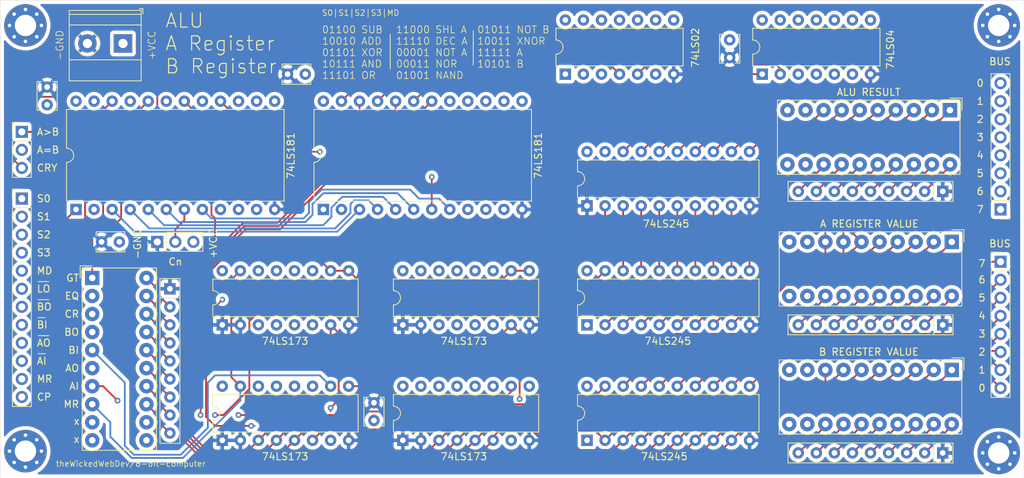
<source format=kicad_pcb>
(kicad_pcb (version 20171130) (host pcbnew "(5.1.9-0-10_14)")
  (layers (0 F.Cu signal) (1 In1.Cu signal) (2 In2.Cu signal hide) (31 B.Cu signal hide) (34 B.Paste user) (35 F.Paste user) (36 B.SilkS user) (37 F.SilkS user) (38 B.Mask user) (39 F.Mask user) (44 Edge.Cuts user))
  (net 0 "")
  (net 1 VCC)
  (net 2 GND)
  (net 3 "Net-(BAR1-Pad20)")
  (net 4 "Net-(BAR1-Pad19)")
  (net 5 "Net-(BAR1-Pad18)")
  (net 6 "Net-(BAR1-Pad17)")
  (net 7 "Net-(BAR1-Pad9)")
  (net 8 "Net-(BAR1-Pad10)")
  (net 9 "Net-(BAR1-Pad11)")
  (net 10 "Net-(BAR1-Pad12)")
  (net 11 A7)
  (net 12 A6)
  (net 13 A5)
  (net 14 A4)
  (net 15 "Net-(BAR1-Pad16)")
  (net 16 "Net-(BAR1-Pad15)")
  (net 17 "Net-(BAR1-Pad14)")
  (net 18 "Net-(BAR1-Pad13)")
  (net 19 A3)
  (net 20 A2)
  (net 21 A1)
  (net 22 A0)
  (net 23 "Net-(BAR2-Pad20)")
  (net 24 "Net-(BAR2-Pad19)")
  (net 25 "Net-(BAR2-Pad18)")
  (net 26 "Net-(BAR2-Pad17)")
  (net 27 "Net-(BAR2-Pad9)")
  (net 28 "Net-(BAR2-Pad10)")
  (net 29 "Net-(BAR2-Pad11)")
  (net 30 "Net-(BAR2-Pad12)")
  (net 31 B7)
  (net 32 B6)
  (net 33 B5)
  (net 34 B4)
  (net 35 "Net-(BAR2-Pad16)")
  (net 36 "Net-(BAR2-Pad15)")
  (net 37 "Net-(BAR2-Pad14)")
  (net 38 "Net-(BAR2-Pad13)")
  (net 39 B3)
  (net 40 B2)
  (net 41 B1)
  (net 42 B0)
  (net 43 "Net-(BAR3-Pad20)")
  (net 44 "Net-(BAR3-Pad19)")
  (net 45 "Net-(BAR3-Pad18)")
  (net 46 "Net-(BAR3-Pad17)")
  (net 47 "Net-(BAR3-Pad9)")
  (net 48 "Net-(BAR3-Pad10)")
  (net 49 "Net-(BAR3-Pad11)")
  (net 50 "Net-(BAR3-Pad12)")
  (net 51 F7)
  (net 52 F6)
  (net 53 F5)
  (net 54 F4)
  (net 55 "Net-(BAR3-Pad16)")
  (net 56 "Net-(BAR3-Pad15)")
  (net 57 "Net-(BAR3-Pad14)")
  (net 58 "Net-(BAR3-Pad13)")
  (net 59 F3)
  (net 60 F2)
  (net 61 F1)
  (net 62 F0)
  (net 63 RESET)
  (net 64 A_REGISTER_IN)
  (net 65 B_REGISTER_IN)
  (net 66 A_REGISTER_OUT)
  (net 67 B_REGISTER_OUT)
  (net 68 NOT_CARRY)
  (net 69 A_EQ_B)
  (net 70 A_GT_B)
  (net 71 BUS_00)
  (net 72 BUS_01)
  (net 73 BUS_02)
  (net 74 BUS_03)
  (net 75 BUS_04)
  (net 76 BUS_05)
  (net 77 BUS_06)
  (net 78 BUS_07)
  (net 79 CLOCK)
  (net 80 ALU_OUT)
  (net 81 ALU_MODE)
  (net 82 ALU_S3)
  (net 83 ALU_S2)
  (net 84 ALU_S1)
  (net 85 ALU_S0)
  (net 86 "Net-(J17-Pad2)")
  (net 87 CARRY)
  (net 88 CN+4)
  (net 89 "Net-(U9-Pad17)")
  (net 90 "Net-(U9-Pad15)")
  (net 91 "Net-(U11-Pad17)")
  (net 92 "Net-(U11-Pad15)")
  (net 93 "Net-(BAR4-Pad20)")
  (net 94 "Net-(BAR4-Pad19)")
  (net 95 "Net-(BAR4-Pad18)")
  (net 96 "Net-(BAR4-Pad17)")
  (net 97 "Net-(BAR4-Pad9)")
  (net 98 "Net-(BAR4-Pad10)")
  (net 99 "Net-(BAR4-Pad11)")
  (net 100 "Net-(BAR4-Pad12)")
  (net 101 "Net-(BAR4-Pad16)")
  (net 102 "Net-(BAR4-Pad15)")
  (net 103 "Net-(BAR4-Pad14)")
  (net 104 "Net-(BAR4-Pad13)")
  (module Connector_PinHeader_2.54mm:PinHeader_1x08_P2.54mm_Vertical (layer F.Cu) (at 208.026 91.44)
    (fp_text reference J4 hide)
    (fp_text value Conn_01x08 hide)
    (pad 8 thru_hole oval (at 0 17.78) (size 1.7 1.7) (drill 1) (layers *.Cu *.Mask) (net 71 BUS_00))
    (pad 7 thru_hole oval (at 0 15.24) (size 1.7 1.7) (drill 1) (layers *.Cu *.Mask) (net 72 BUS_01))
    (pad 6 thru_hole oval (at 0 12.7) (size 1.7 1.7) (drill 1) (layers *.Cu *.Mask) (net 73 BUS_02))
    (pad 5 thru_hole oval (at 0 10.16) (size 1.7 1.7) (drill 1) (layers *.Cu *.Mask) (net 74 BUS_03))
    (pad 4 thru_hole oval (at 0 7.62) (size 1.7 1.7) (drill 1) (layers *.Cu *.Mask) (net 75 BUS_04))
    (pad 3 thru_hole oval (at 0 5.08) (size 1.7 1.7) (drill 1) (layers *.Cu *.Mask) (net 76 BUS_05))
    (pad 2 thru_hole oval (at 0 2.54) (size 1.7 1.7) (drill 1) (layers *.Cu *.Mask) (net 77 BUS_06))
    (pad 1 thru_hole rect (at 0 0) (size 1.7 1.7) (drill 1) (layers *.Cu *.Mask) (net 78 BUS_07))
  )
  (module MountingHole:MountingHole_3mm_Pad_Via (layer F.Cu) (at 207.772 118.364)
    (fp_text reference REF** hide)
    (fp_text value MountingHole_3mm_Pad_Via hide)
    (pad 1 thru_hole circle (at 1.59099 -1.59099) (size 0.8 0.8) (drill 0.5) (layers *.Cu *.Mask))
    (pad 1 thru_hole circle (at 0 -2.25) (size 0.8 0.8) (drill 0.5) (layers *.Cu *.Mask))
    (pad 1 thru_hole circle (at -1.59099 -1.59099) (size 0.8 0.8) (drill 0.5) (layers *.Cu *.Mask))
    (pad 1 thru_hole circle (at -2.25 0) (size 0.8 0.8) (drill 0.5) (layers *.Cu *.Mask))
    (pad 1 thru_hole circle (at -1.59099 1.59099) (size 0.8 0.8) (drill 0.5) (layers *.Cu *.Mask))
    (pad 1 thru_hole circle (at 0 2.25) (size 0.8 0.8) (drill 0.5) (layers *.Cu *.Mask))
    (pad 1 thru_hole circle (at 1.59099 1.59099) (size 0.8 0.8) (drill 0.5) (layers *.Cu *.Mask))
    (pad 1 thru_hole circle (at 2.25 0) (size 0.8 0.8) (drill 0.5) (layers *.Cu *.Mask))
    (pad 1 thru_hole circle (at 0 0) (size 6 6) (drill 3) (layers *.Cu *.Mask))
  )
  (module MountingHole:MountingHole_3mm_Pad_Via (layer F.Cu) (at 207.772 58.166)
    (fp_text reference REF** hide)
    (fp_text value MountingHole_3mm_Pad_Via hide)
    (pad 1 thru_hole circle (at 0 0) (size 6 6) (drill 3) (layers *.Cu *.Mask))
    (pad 1 thru_hole circle (at 2.25 0) (size 0.8 0.8) (drill 0.5) (layers *.Cu *.Mask))
    (pad 1 thru_hole circle (at 1.59099 1.59099) (size 0.8 0.8) (drill 0.5) (layers *.Cu *.Mask))
    (pad 1 thru_hole circle (at 0 2.25) (size 0.8 0.8) (drill 0.5) (layers *.Cu *.Mask))
    (pad 1 thru_hole circle (at -1.59099 1.59099) (size 0.8 0.8) (drill 0.5) (layers *.Cu *.Mask))
    (pad 1 thru_hole circle (at -2.25 0) (size 0.8 0.8) (drill 0.5) (layers *.Cu *.Mask))
    (pad 1 thru_hole circle (at -1.59099 -1.59099) (size 0.8 0.8) (drill 0.5) (layers *.Cu *.Mask))
    (pad 1 thru_hole circle (at 0 -2.25) (size 0.8 0.8) (drill 0.5) (layers *.Cu *.Mask))
    (pad 1 thru_hole circle (at 1.59099 -1.59099) (size 0.8 0.8) (drill 0.5) (layers *.Cu *.Mask))
  )
  (module MountingHole:MountingHole_3mm_Pad_Via (layer F.Cu) (at 70.866 118.11)
    (fp_text reference REF** hide)
    (fp_text value MountingHole_3mm_Pad_Via hide)
    (pad 1 thru_hole circle (at 0 0) (size 6 6) (drill 3) (layers *.Cu *.Mask))
    (pad 1 thru_hole circle (at 2.25 0) (size 0.8 0.8) (drill 0.5) (layers *.Cu *.Mask))
    (pad 1 thru_hole circle (at 1.59099 1.59099) (size 0.8 0.8) (drill 0.5) (layers *.Cu *.Mask))
    (pad 1 thru_hole circle (at 0 2.25) (size 0.8 0.8) (drill 0.5) (layers *.Cu *.Mask))
    (pad 1 thru_hole circle (at -1.59099 1.59099) (size 0.8 0.8) (drill 0.5) (layers *.Cu *.Mask))
    (pad 1 thru_hole circle (at -2.25 0) (size 0.8 0.8) (drill 0.5) (layers *.Cu *.Mask))
    (pad 1 thru_hole circle (at -1.59099 -1.59099) (size 0.8 0.8) (drill 0.5) (layers *.Cu *.Mask))
    (pad 1 thru_hole circle (at 0 -2.25) (size 0.8 0.8) (drill 0.5) (layers *.Cu *.Mask))
    (pad 1 thru_hole circle (at 1.59099 -1.59099) (size 0.8 0.8) (drill 0.5) (layers *.Cu *.Mask))
  )
  (module MountingHole:MountingHole_3mm_Pad_Via (layer F.Cu) (at 70.866 58.166)
    (fp_text reference REF** hide)
    (fp_text value MountingHole_3mm_Pad_Via hide)
    (pad 1 thru_hole circle (at 1.59099 -1.59099) (size 0.8 0.8) (drill 0.5) (layers *.Cu *.Mask))
    (pad 1 thru_hole circle (at 0 -2.25) (size 0.8 0.8) (drill 0.5) (layers *.Cu *.Mask))
    (pad 1 thru_hole circle (at -1.59099 -1.59099) (size 0.8 0.8) (drill 0.5) (layers *.Cu *.Mask))
    (pad 1 thru_hole circle (at -2.25 0) (size 0.8 0.8) (drill 0.5) (layers *.Cu *.Mask))
    (pad 1 thru_hole circle (at -1.59099 1.59099) (size 0.8 0.8) (drill 0.5) (layers *.Cu *.Mask))
    (pad 1 thru_hole circle (at 0 2.25) (size 0.8 0.8) (drill 0.5) (layers *.Cu *.Mask))
    (pad 1 thru_hole circle (at 1.59099 1.59099) (size 0.8 0.8) (drill 0.5) (layers *.Cu *.Mask))
    (pad 1 thru_hole circle (at 2.25 0) (size 0.8 0.8) (drill 0.5) (layers *.Cu *.Mask))
    (pad 1 thru_hole circle (at 0 0) (size 6 6) (drill 3) (layers *.Cu *.Mask))
  )
  (module Package_DIP:DIP-16_W7.62mm (layer F.Cu) (at 123.952 116.586 90)
    (fp_text reference U6 hide)
    (fp_text value 74LS173)
    (pad 16 thru_hole oval (at 7.62 0 90) (size 1.6 1.6) (drill 0.8) (layers *.Cu *.Mask) (net 1 VCC))
    (pad 8 thru_hole oval (at 0 17.78 90) (size 1.6 1.6) (drill 0.8) (layers *.Cu *.Mask) (net 2 GND))
    (pad 15 thru_hole oval (at 7.62 2.54 90) (size 1.6 1.6) (drill 0.8) (layers *.Cu *.Mask) (net 63 RESET))
    (pad 7 thru_hole oval (at 0 15.24 90) (size 1.6 1.6) (drill 0.8) (layers *.Cu *.Mask) (net 79 CLOCK))
    (pad 14 thru_hole oval (at 7.62 5.08 90) (size 1.6 1.6) (drill 0.8) (layers *.Cu *.Mask) (net 74 BUS_03))
    (pad 6 thru_hole oval (at 0 12.7 90) (size 1.6 1.6) (drill 0.8) (layers *.Cu *.Mask) (net 42 B0))
    (pad 13 thru_hole oval (at 7.62 7.62 90) (size 1.6 1.6) (drill 0.8) (layers *.Cu *.Mask) (net 73 BUS_02))
    (pad 5 thru_hole oval (at 0 10.16 90) (size 1.6 1.6) (drill 0.8) (layers *.Cu *.Mask) (net 41 B1))
    (pad 12 thru_hole oval (at 7.62 10.16 90) (size 1.6 1.6) (drill 0.8) (layers *.Cu *.Mask) (net 72 BUS_01))
    (pad 4 thru_hole oval (at 0 7.62 90) (size 1.6 1.6) (drill 0.8) (layers *.Cu *.Mask) (net 40 B2))
    (pad 11 thru_hole oval (at 7.62 12.7 90) (size 1.6 1.6) (drill 0.8) (layers *.Cu *.Mask) (net 71 BUS_00))
    (pad 3 thru_hole oval (at 0 5.08 90) (size 1.6 1.6) (drill 0.8) (layers *.Cu *.Mask) (net 39 B3))
    (pad 10 thru_hole oval (at 7.62 15.24 90) (size 1.6 1.6) (drill 0.8) (layers *.Cu *.Mask) (net 65 B_REGISTER_IN))
    (pad 2 thru_hole oval (at 0 2.54 90) (size 1.6 1.6) (drill 0.8) (layers *.Cu *.Mask) (net 2 GND))
    (pad 9 thru_hole oval (at 7.62 17.78 90) (size 1.6 1.6) (drill 0.8) (layers *.Cu *.Mask) (net 65 B_REGISTER_IN))
    (pad 1 thru_hole rect (at 0 0 90) (size 1.6 1.6) (drill 0.8) (layers *.Cu *.Mask) (net 2 GND))
  )
  (module Package_DIP:DIP-16_W7.62mm (layer F.Cu) (at 123.952 100.33 90)
    (fp_text reference U5 hide)
    (fp_text value 74LS173)
    (pad 16 thru_hole oval (at 7.62 0 90) (size 1.6 1.6) (drill 0.8) (layers *.Cu *.Mask) (net 1 VCC))
    (pad 8 thru_hole oval (at 0 17.78 90) (size 1.6 1.6) (drill 0.8) (layers *.Cu *.Mask) (net 2 GND))
    (pad 15 thru_hole oval (at 7.62 2.54 90) (size 1.6 1.6) (drill 0.8) (layers *.Cu *.Mask) (net 63 RESET))
    (pad 7 thru_hole oval (at 0 15.24 90) (size 1.6 1.6) (drill 0.8) (layers *.Cu *.Mask) (net 79 CLOCK))
    (pad 14 thru_hole oval (at 7.62 5.08 90) (size 1.6 1.6) (drill 0.8) (layers *.Cu *.Mask) (net 74 BUS_03))
    (pad 6 thru_hole oval (at 0 12.7 90) (size 1.6 1.6) (drill 0.8) (layers *.Cu *.Mask) (net 22 A0))
    (pad 13 thru_hole oval (at 7.62 7.62 90) (size 1.6 1.6) (drill 0.8) (layers *.Cu *.Mask) (net 73 BUS_02))
    (pad 5 thru_hole oval (at 0 10.16 90) (size 1.6 1.6) (drill 0.8) (layers *.Cu *.Mask) (net 21 A1))
    (pad 12 thru_hole oval (at 7.62 10.16 90) (size 1.6 1.6) (drill 0.8) (layers *.Cu *.Mask) (net 72 BUS_01))
    (pad 4 thru_hole oval (at 0 7.62 90) (size 1.6 1.6) (drill 0.8) (layers *.Cu *.Mask) (net 20 A2))
    (pad 11 thru_hole oval (at 7.62 12.7 90) (size 1.6 1.6) (drill 0.8) (layers *.Cu *.Mask) (net 71 BUS_00))
    (pad 3 thru_hole oval (at 0 5.08 90) (size 1.6 1.6) (drill 0.8) (layers *.Cu *.Mask) (net 19 A3))
    (pad 10 thru_hole oval (at 7.62 15.24 90) (size 1.6 1.6) (drill 0.8) (layers *.Cu *.Mask) (net 64 A_REGISTER_IN))
    (pad 2 thru_hole oval (at 0 2.54 90) (size 1.6 1.6) (drill 0.8) (layers *.Cu *.Mask) (net 2 GND))
    (pad 9 thru_hole oval (at 7.62 17.78 90) (size 1.6 1.6) (drill 0.8) (layers *.Cu *.Mask) (net 64 A_REGISTER_IN))
    (pad 1 thru_hole rect (at 0 0 90) (size 1.6 1.6) (drill 0.8) (layers *.Cu *.Mask) (net 2 GND))
  )
  (module Package_DIP:DIP-16_W7.62mm (layer F.Cu) (at 98.552 116.586 90)
    (fp_text reference U4 hide)
    (fp_text value 74LS173)
    (pad 16 thru_hole oval (at 7.62 0 90) (size 1.6 1.6) (drill 0.8) (layers *.Cu *.Mask) (net 1 VCC))
    (pad 8 thru_hole oval (at 0 17.78 90) (size 1.6 1.6) (drill 0.8) (layers *.Cu *.Mask) (net 2 GND))
    (pad 15 thru_hole oval (at 7.62 2.54 90) (size 1.6 1.6) (drill 0.8) (layers *.Cu *.Mask) (net 63 RESET))
    (pad 7 thru_hole oval (at 0 15.24 90) (size 1.6 1.6) (drill 0.8) (layers *.Cu *.Mask) (net 79 CLOCK))
    (pad 14 thru_hole oval (at 7.62 5.08 90) (size 1.6 1.6) (drill 0.8) (layers *.Cu *.Mask) (net 78 BUS_07))
    (pad 6 thru_hole oval (at 0 12.7 90) (size 1.6 1.6) (drill 0.8) (layers *.Cu *.Mask) (net 34 B4))
    (pad 13 thru_hole oval (at 7.62 7.62 90) (size 1.6 1.6) (drill 0.8) (layers *.Cu *.Mask) (net 77 BUS_06))
    (pad 5 thru_hole oval (at 0 10.16 90) (size 1.6 1.6) (drill 0.8) (layers *.Cu *.Mask) (net 33 B5))
    (pad 12 thru_hole oval (at 7.62 10.16 90) (size 1.6 1.6) (drill 0.8) (layers *.Cu *.Mask) (net 76 BUS_05))
    (pad 4 thru_hole oval (at 0 7.62 90) (size 1.6 1.6) (drill 0.8) (layers *.Cu *.Mask) (net 32 B6))
    (pad 11 thru_hole oval (at 7.62 12.7 90) (size 1.6 1.6) (drill 0.8) (layers *.Cu *.Mask) (net 75 BUS_04))
    (pad 3 thru_hole oval (at 0 5.08 90) (size 1.6 1.6) (drill 0.8) (layers *.Cu *.Mask) (net 31 B7))
    (pad 10 thru_hole oval (at 7.62 15.24 90) (size 1.6 1.6) (drill 0.8) (layers *.Cu *.Mask) (net 65 B_REGISTER_IN))
    (pad 2 thru_hole oval (at 0 2.54 90) (size 1.6 1.6) (drill 0.8) (layers *.Cu *.Mask) (net 2 GND))
    (pad 9 thru_hole oval (at 7.62 17.78 90) (size 1.6 1.6) (drill 0.8) (layers *.Cu *.Mask) (net 65 B_REGISTER_IN))
    (pad 1 thru_hole rect (at 0 0 90) (size 1.6 1.6) (drill 0.8) (layers *.Cu *.Mask) (net 2 GND))
  )
  (module Package_DIP:DIP-16_W7.62mm (layer F.Cu) (at 98.552 100.33 90)
    (fp_text reference U3 hide)
    (fp_text value 74LS173)
    (pad 16 thru_hole oval (at 7.62 0 90) (size 1.6 1.6) (drill 0.8) (layers *.Cu *.Mask) (net 1 VCC))
    (pad 8 thru_hole oval (at 0 17.78 90) (size 1.6 1.6) (drill 0.8) (layers *.Cu *.Mask) (net 2 GND))
    (pad 15 thru_hole oval (at 7.62 2.54 90) (size 1.6 1.6) (drill 0.8) (layers *.Cu *.Mask) (net 63 RESET))
    (pad 7 thru_hole oval (at 0 15.24 90) (size 1.6 1.6) (drill 0.8) (layers *.Cu *.Mask) (net 79 CLOCK))
    (pad 14 thru_hole oval (at 7.62 5.08 90) (size 1.6 1.6) (drill 0.8) (layers *.Cu *.Mask) (net 78 BUS_07))
    (pad 6 thru_hole oval (at 0 12.7 90) (size 1.6 1.6) (drill 0.8) (layers *.Cu *.Mask) (net 14 A4))
    (pad 13 thru_hole oval (at 7.62 7.62 90) (size 1.6 1.6) (drill 0.8) (layers *.Cu *.Mask) (net 77 BUS_06))
    (pad 5 thru_hole oval (at 0 10.16 90) (size 1.6 1.6) (drill 0.8) (layers *.Cu *.Mask) (net 13 A5))
    (pad 12 thru_hole oval (at 7.62 10.16 90) (size 1.6 1.6) (drill 0.8) (layers *.Cu *.Mask) (net 76 BUS_05))
    (pad 4 thru_hole oval (at 0 7.62 90) (size 1.6 1.6) (drill 0.8) (layers *.Cu *.Mask) (net 12 A6))
    (pad 11 thru_hole oval (at 7.62 12.7 90) (size 1.6 1.6) (drill 0.8) (layers *.Cu *.Mask) (net 75 BUS_04))
    (pad 3 thru_hole oval (at 0 5.08 90) (size 1.6 1.6) (drill 0.8) (layers *.Cu *.Mask) (net 11 A7))
    (pad 10 thru_hole oval (at 7.62 15.24 90) (size 1.6 1.6) (drill 0.8) (layers *.Cu *.Mask) (net 64 A_REGISTER_IN))
    (pad 2 thru_hole oval (at 0 2.54 90) (size 1.6 1.6) (drill 0.8) (layers *.Cu *.Mask) (net 2 GND))
    (pad 9 thru_hole oval (at 7.62 17.78 90) (size 1.6 1.6) (drill 0.8) (layers *.Cu *.Mask) (net 64 A_REGISTER_IN))
    (pad 1 thru_hole rect (at 0 0 90) (size 1.6 1.6) (drill 0.8) (layers *.Cu *.Mask) (net 2 GND))
  )
  (module Package_DIP:DIP-20_W7.62mm (layer F.Cu) (at 149.86 116.586 90)
    (fp_text reference U2 hide)
    (fp_text value 74LS245)
    (pad 20 thru_hole oval (at 7.62 0 90) (size 1.6 1.6) (drill 0.8) (layers *.Cu *.Mask) (net 1 VCC))
    (pad 10 thru_hole oval (at 0 22.86 90) (size 1.6 1.6) (drill 0.8) (layers *.Cu *.Mask) (net 2 GND))
    (pad 19 thru_hole oval (at 7.62 2.54 90) (size 1.6 1.6) (drill 0.8) (layers *.Cu *.Mask) (net 67 B_REGISTER_OUT))
    (pad 9 thru_hole oval (at 0 20.32 90) (size 1.6 1.6) (drill 0.8) (layers *.Cu *.Mask) (net 42 B0))
    (pad 18 thru_hole oval (at 7.62 5.08 90) (size 1.6 1.6) (drill 0.8) (layers *.Cu *.Mask) (net 78 BUS_07))
    (pad 8 thru_hole oval (at 0 17.78 90) (size 1.6 1.6) (drill 0.8) (layers *.Cu *.Mask) (net 41 B1))
    (pad 17 thru_hole oval (at 7.62 7.62 90) (size 1.6 1.6) (drill 0.8) (layers *.Cu *.Mask) (net 77 BUS_06))
    (pad 7 thru_hole oval (at 0 15.24 90) (size 1.6 1.6) (drill 0.8) (layers *.Cu *.Mask) (net 40 B2))
    (pad 16 thru_hole oval (at 7.62 10.16 90) (size 1.6 1.6) (drill 0.8) (layers *.Cu *.Mask) (net 76 BUS_05))
    (pad 6 thru_hole oval (at 0 12.7 90) (size 1.6 1.6) (drill 0.8) (layers *.Cu *.Mask) (net 39 B3))
    (pad 15 thru_hole oval (at 7.62 12.7 90) (size 1.6 1.6) (drill 0.8) (layers *.Cu *.Mask) (net 75 BUS_04))
    (pad 5 thru_hole oval (at 0 10.16 90) (size 1.6 1.6) (drill 0.8) (layers *.Cu *.Mask) (net 34 B4))
    (pad 14 thru_hole oval (at 7.62 15.24 90) (size 1.6 1.6) (drill 0.8) (layers *.Cu *.Mask) (net 74 BUS_03))
    (pad 4 thru_hole oval (at 0 7.62 90) (size 1.6 1.6) (drill 0.8) (layers *.Cu *.Mask) (net 33 B5))
    (pad 13 thru_hole oval (at 7.62 17.78 90) (size 1.6 1.6) (drill 0.8) (layers *.Cu *.Mask) (net 73 BUS_02))
    (pad 3 thru_hole oval (at 0 5.08 90) (size 1.6 1.6) (drill 0.8) (layers *.Cu *.Mask) (net 32 B6))
    (pad 12 thru_hole oval (at 7.62 20.32 90) (size 1.6 1.6) (drill 0.8) (layers *.Cu *.Mask) (net 72 BUS_01))
    (pad 2 thru_hole oval (at 0 2.54 90) (size 1.6 1.6) (drill 0.8) (layers *.Cu *.Mask) (net 31 B7))
    (pad 11 thru_hole oval (at 7.62 22.86 90) (size 1.6 1.6) (drill 0.8) (layers *.Cu *.Mask) (net 71 BUS_00))
    (pad 1 thru_hole rect (at 0 0 90) (size 1.6 1.6) (drill 0.8) (layers *.Cu *.Mask) (net 1 VCC))
  )
  (module Package_DIP:DIP-20_W7.62mm (layer F.Cu) (at 149.86 100.33 90)
    (fp_text reference U1 hide)
    (fp_text value 74LS245)
    (pad 20 thru_hole oval (at 7.62 0 90) (size 1.6 1.6) (drill 0.8) (layers *.Cu *.Mask) (net 1 VCC))
    (pad 10 thru_hole oval (at 0 22.86 90) (size 1.6 1.6) (drill 0.8) (layers *.Cu *.Mask) (net 2 GND))
    (pad 19 thru_hole oval (at 7.62 2.54 90) (size 1.6 1.6) (drill 0.8) (layers *.Cu *.Mask) (net 66 A_REGISTER_OUT))
    (pad 9 thru_hole oval (at 0 20.32 90) (size 1.6 1.6) (drill 0.8) (layers *.Cu *.Mask) (net 22 A0))
    (pad 18 thru_hole oval (at 7.62 5.08 90) (size 1.6 1.6) (drill 0.8) (layers *.Cu *.Mask) (net 78 BUS_07))
    (pad 8 thru_hole oval (at 0 17.78 90) (size 1.6 1.6) (drill 0.8) (layers *.Cu *.Mask) (net 21 A1))
    (pad 17 thru_hole oval (at 7.62 7.62 90) (size 1.6 1.6) (drill 0.8) (layers *.Cu *.Mask) (net 77 BUS_06))
    (pad 7 thru_hole oval (at 0 15.24 90) (size 1.6 1.6) (drill 0.8) (layers *.Cu *.Mask) (net 20 A2))
    (pad 16 thru_hole oval (at 7.62 10.16 90) (size 1.6 1.6) (drill 0.8) (layers *.Cu *.Mask) (net 76 BUS_05))
    (pad 6 thru_hole oval (at 0 12.7 90) (size 1.6 1.6) (drill 0.8) (layers *.Cu *.Mask) (net 19 A3))
    (pad 15 thru_hole oval (at 7.62 12.7 90) (size 1.6 1.6) (drill 0.8) (layers *.Cu *.Mask) (net 75 BUS_04))
    (pad 5 thru_hole oval (at 0 10.16 90) (size 1.6 1.6) (drill 0.8) (layers *.Cu *.Mask) (net 14 A4))
    (pad 14 thru_hole oval (at 7.62 15.24 90) (size 1.6 1.6) (drill 0.8) (layers *.Cu *.Mask) (net 74 BUS_03))
    (pad 4 thru_hole oval (at 0 7.62 90) (size 1.6 1.6) (drill 0.8) (layers *.Cu *.Mask) (net 13 A5))
    (pad 13 thru_hole oval (at 7.62 17.78 90) (size 1.6 1.6) (drill 0.8) (layers *.Cu *.Mask) (net 73 BUS_02))
    (pad 3 thru_hole oval (at 0 5.08 90) (size 1.6 1.6) (drill 0.8) (layers *.Cu *.Mask) (net 12 A6))
    (pad 12 thru_hole oval (at 7.62 20.32 90) (size 1.6 1.6) (drill 0.8) (layers *.Cu *.Mask) (net 72 BUS_01))
    (pad 2 thru_hole oval (at 0 2.54 90) (size 1.6 1.6) (drill 0.8) (layers *.Cu *.Mask) (net 11 A7))
    (pad 11 thru_hole oval (at 7.62 22.86 90) (size 1.6 1.6) (drill 0.8) (layers *.Cu *.Mask) (net 71 BUS_00))
    (pad 1 thru_hole rect (at 0 0 90) (size 1.6 1.6) (drill 0.8) (layers *.Cu *.Mask) (net 1 VCC))
  )
  (module Resistor_THT:R_Array_SIP9 (layer F.Cu) (at 91.186 95.25 270)
    (fp_text reference RN4 hide)
    (fp_text value R_Network08)
    (pad 9 thru_hole oval (at 20.32 0 270) (size 1.6 1.6) (drill 0.8) (layers *.Cu *.Mask) (net 104 "Net-(BAR4-Pad13)"))
    (pad 8 thru_hole oval (at 17.78 0 270) (size 1.6 1.6) (drill 0.8) (layers *.Cu *.Mask) (net 103 "Net-(BAR4-Pad14)"))
    (pad 7 thru_hole oval (at 15.24 0 270) (size 1.6 1.6) (drill 0.8) (layers *.Cu *.Mask) (net 102 "Net-(BAR4-Pad15)"))
    (pad 6 thru_hole oval (at 12.7 0 270) (size 1.6 1.6) (drill 0.8) (layers *.Cu *.Mask) (net 101 "Net-(BAR4-Pad16)"))
    (pad 5 thru_hole oval (at 10.16 0 270) (size 1.6 1.6) (drill 0.8) (layers *.Cu *.Mask) (net 96 "Net-(BAR4-Pad17)"))
    (pad 4 thru_hole oval (at 7.62 0 270) (size 1.6 1.6) (drill 0.8) (layers *.Cu *.Mask) (net 95 "Net-(BAR4-Pad18)"))
    (pad 3 thru_hole oval (at 5.08 0 270) (size 1.6 1.6) (drill 0.8) (layers *.Cu *.Mask) (net 94 "Net-(BAR4-Pad19)"))
    (pad 2 thru_hole oval (at 2.54 0 270) (size 1.6 1.6) (drill 0.8) (layers *.Cu *.Mask) (net 93 "Net-(BAR4-Pad20)"))
    (pad 1 thru_hole rect (at 0 0 270) (size 1.6 1.6) (drill 0.8) (layers *.Cu *.Mask) (net 2 GND))
  )
  (module Display:HDSP-4830 (layer F.Cu) (at 80.264 93.726)
    (fp_text reference BAR4 hide)
    (fp_text value HDSP-4830_2)
    (pad 20 thru_hole circle (at 7.62 0 270) (size 2.032 2.032) (drill 0.9144) (layers *.Cu *.Mask) (net 93 "Net-(BAR4-Pad20)"))
    (pad 19 thru_hole circle (at 7.62 2.54 270) (size 2.032 2.032) (drill 0.9144) (layers *.Cu *.Mask) (net 94 "Net-(BAR4-Pad19)"))
    (pad 18 thru_hole circle (at 7.62 5.08 270) (size 2.032 2.032) (drill 0.9144) (layers *.Cu *.Mask) (net 95 "Net-(BAR4-Pad18)"))
    (pad 17 thru_hole circle (at 7.62 7.62 270) (size 2.032 2.032) (drill 0.9144) (layers *.Cu *.Mask) (net 96 "Net-(BAR4-Pad17)"))
    (pad 9 thru_hole circle (at 0 20.32 270) (size 2.032 2.032) (drill 0.9144) (layers *.Cu *.Mask) (net 97 "Net-(BAR4-Pad9)"))
    (pad 10 thru_hole circle (at 0 22.86 270) (size 2.032 2.032) (drill 0.9144) (layers *.Cu *.Mask) (net 98 "Net-(BAR4-Pad10)"))
    (pad 11 thru_hole circle (at 7.62 22.86 270) (size 2.032 2.032) (drill 0.9144) (layers *.Cu *.Mask) (net 99 "Net-(BAR4-Pad11)"))
    (pad 12 thru_hole circle (at 7.62 20.32 270) (size 2.032 2.032) (drill 0.9144) (layers *.Cu *.Mask) (net 100 "Net-(BAR4-Pad12)"))
    (pad 8 thru_hole circle (at 0 17.78 270) (size 2.032 2.032) (drill 0.9144) (layers *.Cu *.Mask) (net 63 RESET))
    (pad 7 thru_hole circle (at 0 15.24 270) (size 2.032 2.032) (drill 0.9144) (layers *.Cu *.Mask) (net 64 A_REGISTER_IN))
    (pad 6 thru_hole circle (at 0 12.7 270) (size 2.032 2.032) (drill 0.9144) (layers *.Cu *.Mask) (net 66 A_REGISTER_OUT))
    (pad 5 thru_hole circle (at 0 10.16 270) (size 2.032 2.032) (drill 0.9144) (layers *.Cu *.Mask) (net 65 B_REGISTER_IN))
    (pad 16 thru_hole circle (at 7.62 10.16 270) (size 2.032 2.032) (drill 0.9144) (layers *.Cu *.Mask) (net 101 "Net-(BAR4-Pad16)"))
    (pad 15 thru_hole circle (at 7.62 12.7 270) (size 2.032 2.032) (drill 0.9144) (layers *.Cu *.Mask) (net 102 "Net-(BAR4-Pad15)"))
    (pad 14 thru_hole circle (at 7.62 15.24 270) (size 2.032 2.032) (drill 0.9144) (layers *.Cu *.Mask) (net 103 "Net-(BAR4-Pad14)"))
    (pad 13 thru_hole circle (at 7.62 17.78 270) (size 2.032 2.032) (drill 0.9144) (layers *.Cu *.Mask) (net 104 "Net-(BAR4-Pad13)"))
    (pad 4 thru_hole circle (at 0 7.62 270) (size 2.032 2.032) (drill 0.9144) (layers *.Cu *.Mask) (net 67 B_REGISTER_OUT))
    (pad 3 thru_hole circle (at 0 5.08 270) (size 2.032 2.032) (drill 0.9144) (layers *.Cu *.Mask) (net 68 NOT_CARRY))
    (pad 2 thru_hole circle (at 0 2.54 270) (size 2.032 2.032) (drill 0.9144) (layers *.Cu *.Mask) (net 69 A_EQ_B))
    (pad 1 thru_hole rect (at 0 0 270) (size 2.032 2.032) (drill 0.9144) (layers *.Cu *.Mask) (net 70 A_GT_B))
  )
  (module Package_DIP:DIP-24_W15.24mm (layer F.Cu) (at 77.978 84.074 90)
    (fp_text reference U11 hide)
    (fp_text value 74LS181)
    (pad 24 thru_hole oval (at 15.24 0 90) (size 1.6 1.6) (drill 0.8) (layers *.Cu *.Mask) (net 1 VCC))
    (pad 12 thru_hole oval (at 0 27.94 90) (size 1.6 1.6) (drill 0.8) (layers *.Cu *.Mask) (net 2 GND))
    (pad 23 thru_hole oval (at 15.24 2.54 90) (size 1.6 1.6) (drill 0.8) (layers *.Cu *.Mask) (net 21 A1))
    (pad 11 thru_hole oval (at 0 25.4 90) (size 1.6 1.6) (drill 0.8) (layers *.Cu *.Mask) (net 60 F2))
    (pad 22 thru_hole oval (at 15.24 5.08 90) (size 1.6 1.6) (drill 0.8) (layers *.Cu *.Mask) (net 41 B1))
    (pad 10 thru_hole oval (at 0 22.86 90) (size 1.6 1.6) (drill 0.8) (layers *.Cu *.Mask) (net 61 F1))
    (pad 21 thru_hole oval (at 15.24 7.62 90) (size 1.6 1.6) (drill 0.8) (layers *.Cu *.Mask) (net 20 A2))
    (pad 9 thru_hole oval (at 0 20.32 90) (size 1.6 1.6) (drill 0.8) (layers *.Cu *.Mask) (net 62 F0))
    (pad 20 thru_hole oval (at 15.24 10.16 90) (size 1.6 1.6) (drill 0.8) (layers *.Cu *.Mask) (net 40 B2))
    (pad 8 thru_hole oval (at 0 17.78 90) (size 1.6 1.6) (drill 0.8) (layers *.Cu *.Mask) (net 81 ALU_MODE))
    (pad 19 thru_hole oval (at 15.24 12.7 90) (size 1.6 1.6) (drill 0.8) (layers *.Cu *.Mask) (net 19 A3))
    (pad 7 thru_hole oval (at 0 15.24 90) (size 1.6 1.6) (drill 0.8) (layers *.Cu *.Mask) (net 86 "Net-(J17-Pad2)"))
    (pad 18 thru_hole oval (at 15.24 15.24 90) (size 1.6 1.6) (drill 0.8) (layers *.Cu *.Mask) (net 39 B3))
    (pad 6 thru_hole oval (at 0 12.7 90) (size 1.6 1.6) (drill 0.8) (layers *.Cu *.Mask) (net 85 ALU_S0))
    (pad 17 thru_hole oval (at 15.24 17.78 90) (size 1.6 1.6) (drill 0.8) (layers *.Cu *.Mask) (net 91 "Net-(U11-Pad17)"))
    (pad 5 thru_hole oval (at 0 10.16 90) (size 1.6 1.6) (drill 0.8) (layers *.Cu *.Mask) (net 84 ALU_S1))
    (pad 16 thru_hole oval (at 15.24 20.32 90) (size 1.6 1.6) (drill 0.8) (layers *.Cu *.Mask) (net 88 CN+4))
    (pad 4 thru_hole oval (at 0 7.62 90) (size 1.6 1.6) (drill 0.8) (layers *.Cu *.Mask) (net 83 ALU_S2))
    (pad 15 thru_hole oval (at 15.24 22.86 90) (size 1.6 1.6) (drill 0.8) (layers *.Cu *.Mask) (net 92 "Net-(U11-Pad15)"))
    (pad 3 thru_hole oval (at 0 5.08 90) (size 1.6 1.6) (drill 0.8) (layers *.Cu *.Mask) (net 82 ALU_S3))
    (pad 14 thru_hole oval (at 15.24 25.4 90) (size 1.6 1.6) (drill 0.8) (layers *.Cu *.Mask) (net 69 A_EQ_B))
    (pad 2 thru_hole oval (at 0 2.54 90) (size 1.6 1.6) (drill 0.8) (layers *.Cu *.Mask) (net 22 A0))
    (pad 13 thru_hole oval (at 15.24 27.94 90) (size 1.6 1.6) (drill 0.8) (layers *.Cu *.Mask) (net 59 F3))
    (pad 1 thru_hole rect (at 0 0 90) (size 1.6 1.6) (drill 0.8) (layers *.Cu *.Mask) (net 42 B0))
  )
  (module Package_DIP:DIP-20_W7.62mm (layer F.Cu) (at 149.86 83.566 90)
    (fp_text reference U10 hide)
    (fp_text value 74LS245)
    (pad 20 thru_hole oval (at 7.62 0 90) (size 1.6 1.6) (drill 0.8) (layers *.Cu *.Mask) (net 1 VCC))
    (pad 10 thru_hole oval (at 0 22.86 90) (size 1.6 1.6) (drill 0.8) (layers *.Cu *.Mask) (net 2 GND))
    (pad 19 thru_hole oval (at 7.62 2.54 90) (size 1.6 1.6) (drill 0.8) (layers *.Cu *.Mask) (net 80 ALU_OUT))
    (pad 9 thru_hole oval (at 0 20.32 90) (size 1.6 1.6) (drill 0.8) (layers *.Cu *.Mask) (net 71 BUS_00))
    (pad 18 thru_hole oval (at 7.62 5.08 90) (size 1.6 1.6) (drill 0.8) (layers *.Cu *.Mask) (net 51 F7))
    (pad 8 thru_hole oval (at 0 17.78 90) (size 1.6 1.6) (drill 0.8) (layers *.Cu *.Mask) (net 72 BUS_01))
    (pad 17 thru_hole oval (at 7.62 7.62 90) (size 1.6 1.6) (drill 0.8) (layers *.Cu *.Mask) (net 52 F6))
    (pad 7 thru_hole oval (at 0 15.24 90) (size 1.6 1.6) (drill 0.8) (layers *.Cu *.Mask) (net 73 BUS_02))
    (pad 16 thru_hole oval (at 7.62 10.16 90) (size 1.6 1.6) (drill 0.8) (layers *.Cu *.Mask) (net 53 F5))
    (pad 6 thru_hole oval (at 0 12.7 90) (size 1.6 1.6) (drill 0.8) (layers *.Cu *.Mask) (net 74 BUS_03))
    (pad 15 thru_hole oval (at 7.62 12.7 90) (size 1.6 1.6) (drill 0.8) (layers *.Cu *.Mask) (net 54 F4))
    (pad 5 thru_hole oval (at 0 10.16 90) (size 1.6 1.6) (drill 0.8) (layers *.Cu *.Mask) (net 75 BUS_04))
    (pad 14 thru_hole oval (at 7.62 15.24 90) (size 1.6 1.6) (drill 0.8) (layers *.Cu *.Mask) (net 59 F3))
    (pad 4 thru_hole oval (at 0 7.62 90) (size 1.6 1.6) (drill 0.8) (layers *.Cu *.Mask) (net 76 BUS_05))
    (pad 13 thru_hole oval (at 7.62 17.78 90) (size 1.6 1.6) (drill 0.8) (layers *.Cu *.Mask) (net 60 F2))
    (pad 3 thru_hole oval (at 0 5.08 90) (size 1.6 1.6) (drill 0.8) (layers *.Cu *.Mask) (net 77 BUS_06))
    (pad 12 thru_hole oval (at 7.62 20.32 90) (size 1.6 1.6) (drill 0.8) (layers *.Cu *.Mask) (net 61 F1))
    (pad 2 thru_hole oval (at 0 2.54 90) (size 1.6 1.6) (drill 0.8) (layers *.Cu *.Mask) (net 78 BUS_07))
    (pad 11 thru_hole oval (at 7.62 22.86 90) (size 1.6 1.6) (drill 0.8) (layers *.Cu *.Mask) (net 62 F0))
    (pad 1 thru_hole rect (at 0 0 90) (size 1.6 1.6) (drill 0.8) (layers *.Cu *.Mask) (net 2 GND))
  )
  (module Package_DIP:DIP-24_W15.24mm (layer F.Cu) (at 112.776 84.074 90)
    (fp_text reference U9 hide)
    (fp_text value 74LS181)
    (pad 24 thru_hole oval (at 15.24 0 90) (size 1.6 1.6) (drill 0.8) (layers *.Cu *.Mask) (net 1 VCC))
    (pad 12 thru_hole oval (at 0 27.94 90) (size 1.6 1.6) (drill 0.8) (layers *.Cu *.Mask) (net 2 GND))
    (pad 23 thru_hole oval (at 15.24 2.54 90) (size 1.6 1.6) (drill 0.8) (layers *.Cu *.Mask) (net 13 A5))
    (pad 11 thru_hole oval (at 0 25.4 90) (size 1.6 1.6) (drill 0.8) (layers *.Cu *.Mask) (net 52 F6))
    (pad 22 thru_hole oval (at 15.24 5.08 90) (size 1.6 1.6) (drill 0.8) (layers *.Cu *.Mask) (net 33 B5))
    (pad 10 thru_hole oval (at 0 22.86 90) (size 1.6 1.6) (drill 0.8) (layers *.Cu *.Mask) (net 53 F5))
    (pad 21 thru_hole oval (at 15.24 7.62 90) (size 1.6 1.6) (drill 0.8) (layers *.Cu *.Mask) (net 12 A6))
    (pad 9 thru_hole oval (at 0 20.32 90) (size 1.6 1.6) (drill 0.8) (layers *.Cu *.Mask) (net 54 F4))
    (pad 20 thru_hole oval (at 15.24 10.16 90) (size 1.6 1.6) (drill 0.8) (layers *.Cu *.Mask) (net 32 B6))
    (pad 8 thru_hole oval (at 0 17.78 90) (size 1.6 1.6) (drill 0.8) (layers *.Cu *.Mask) (net 81 ALU_MODE))
    (pad 19 thru_hole oval (at 15.24 12.7 90) (size 1.6 1.6) (drill 0.8) (layers *.Cu *.Mask) (net 11 A7))
    (pad 7 thru_hole oval (at 0 15.24 90) (size 1.6 1.6) (drill 0.8) (layers *.Cu *.Mask) (net 88 CN+4))
    (pad 18 thru_hole oval (at 15.24 15.24 90) (size 1.6 1.6) (drill 0.8) (layers *.Cu *.Mask) (net 31 B7))
    (pad 6 thru_hole oval (at 0 12.7 90) (size 1.6 1.6) (drill 0.8) (layers *.Cu *.Mask) (net 85 ALU_S0))
    (pad 17 thru_hole oval (at 15.24 17.78 90) (size 1.6 1.6) (drill 0.8) (layers *.Cu *.Mask) (net 89 "Net-(U9-Pad17)"))
    (pad 5 thru_hole oval (at 0 10.16 90) (size 1.6 1.6) (drill 0.8) (layers *.Cu *.Mask) (net 84 ALU_S1))
    (pad 16 thru_hole oval (at 15.24 20.32 90) (size 1.6 1.6) (drill 0.8) (layers *.Cu *.Mask) (net 87 CARRY))
    (pad 4 thru_hole oval (at 0 7.62 90) (size 1.6 1.6) (drill 0.8) (layers *.Cu *.Mask) (net 83 ALU_S2))
    (pad 15 thru_hole oval (at 15.24 22.86 90) (size 1.6 1.6) (drill 0.8) (layers *.Cu *.Mask) (net 90 "Net-(U9-Pad15)"))
    (pad 3 thru_hole oval (at 0 5.08 90) (size 1.6 1.6) (drill 0.8) (layers *.Cu *.Mask) (net 82 ALU_S3))
    (pad 14 thru_hole oval (at 15.24 25.4 90) (size 1.6 1.6) (drill 0.8) (layers *.Cu *.Mask) (net 69 A_EQ_B))
    (pad 2 thru_hole oval (at 0 2.54 90) (size 1.6 1.6) (drill 0.8) (layers *.Cu *.Mask) (net 14 A4))
    (pad 13 thru_hole oval (at 15.24 27.94 90) (size 1.6 1.6) (drill 0.8) (layers *.Cu *.Mask) (net 51 F7))
    (pad 1 thru_hole rect (at 0 0 90) (size 1.6 1.6) (drill 0.8) (layers *.Cu *.Mask) (net 34 B4))
  )
  (module Package_DIP:DIP-14_W7.62mm (layer F.Cu) (at 146.812 65.024 90)
    (fp_text reference U8 hide)
    (fp_text value 74LS02 hide)
    (pad 14 thru_hole oval (at 7.62 0 90) (size 1.6 1.6) (drill 0.8) (layers *.Cu *.Mask) (net 1 VCC))
    (pad 7 thru_hole oval (at 0 15.24 90) (size 1.6 1.6) (drill 0.8) (layers *.Cu *.Mask) (net 2 GND))
    (pad 13 thru_hole oval (at 7.62 2.54 90) (size 1.6 1.6) (drill 0.8) (layers *.Cu *.Mask))
    (pad 6 thru_hole oval (at 0 12.7 90) (size 1.6 1.6) (drill 0.8) (layers *.Cu *.Mask) (net 69 A_EQ_B))
    (pad 12 thru_hole oval (at 7.62 5.08 90) (size 1.6 1.6) (drill 0.8) (layers *.Cu *.Mask))
    (pad 5 thru_hole oval (at 0 10.16 90) (size 1.6 1.6) (drill 0.8) (layers *.Cu *.Mask) (net 87 CARRY))
    (pad 11 thru_hole oval (at 7.62 7.62 90) (size 1.6 1.6) (drill 0.8) (layers *.Cu *.Mask))
    (pad 4 thru_hole oval (at 0 7.62 90) (size 1.6 1.6) (drill 0.8) (layers *.Cu *.Mask) (net 70 A_GT_B))
    (pad 10 thru_hole oval (at 7.62 10.16 90) (size 1.6 1.6) (drill 0.8) (layers *.Cu *.Mask))
    (pad 3 thru_hole oval (at 0 5.08 90) (size 1.6 1.6) (drill 0.8) (layers *.Cu *.Mask))
    (pad 9 thru_hole oval (at 7.62 12.7 90) (size 1.6 1.6) (drill 0.8) (layers *.Cu *.Mask))
    (pad 2 thru_hole oval (at 0 2.54 90) (size 1.6 1.6) (drill 0.8) (layers *.Cu *.Mask))
    (pad 8 thru_hole oval (at 7.62 15.24 90) (size 1.6 1.6) (drill 0.8) (layers *.Cu *.Mask))
    (pad 1 thru_hole rect (at 0 0 90) (size 1.6 1.6) (drill 0.8) (layers *.Cu *.Mask))
  )
  (module Package_DIP:DIP-14_W7.62mm (layer F.Cu) (at 174.498 65.024 90)
    (fp_text reference U7 hide)
    (fp_text value 74LS04 hide)
    (pad 14 thru_hole oval (at 7.62 0 90) (size 1.6 1.6) (drill 0.8) (layers *.Cu *.Mask) (net 1 VCC))
    (pad 7 thru_hole oval (at 0 15.24 90) (size 1.6 1.6) (drill 0.8) (layers *.Cu *.Mask) (net 2 GND))
    (pad 13 thru_hole oval (at 7.62 2.54 90) (size 1.6 1.6) (drill 0.8) (layers *.Cu *.Mask))
    (pad 6 thru_hole oval (at 0 12.7 90) (size 1.6 1.6) (drill 0.8) (layers *.Cu *.Mask))
    (pad 12 thru_hole oval (at 7.62 5.08 90) (size 1.6 1.6) (drill 0.8) (layers *.Cu *.Mask))
    (pad 5 thru_hole oval (at 0 10.16 90) (size 1.6 1.6) (drill 0.8) (layers *.Cu *.Mask))
    (pad 11 thru_hole oval (at 7.62 7.62 90) (size 1.6 1.6) (drill 0.8) (layers *.Cu *.Mask))
    (pad 4 thru_hole oval (at 0 7.62 90) (size 1.6 1.6) (drill 0.8) (layers *.Cu *.Mask))
    (pad 10 thru_hole oval (at 7.62 10.16 90) (size 1.6 1.6) (drill 0.8) (layers *.Cu *.Mask))
    (pad 3 thru_hole oval (at 0 5.08 90) (size 1.6 1.6) (drill 0.8) (layers *.Cu *.Mask))
    (pad 9 thru_hole oval (at 7.62 12.7 90) (size 1.6 1.6) (drill 0.8) (layers *.Cu *.Mask))
    (pad 2 thru_hole oval (at 0 2.54 90) (size 1.6 1.6) (drill 0.8) (layers *.Cu *.Mask) (net 68 NOT_CARRY))
    (pad 8 thru_hole oval (at 7.62 15.24 90) (size 1.6 1.6) (drill 0.8) (layers *.Cu *.Mask))
    (pad 1 thru_hole rect (at 0 0 90) (size 1.6 1.6) (drill 0.8) (layers *.Cu *.Mask) (net 87 CARRY))
  )
  (module Resistor_THT:R_Array_SIP9 (layer F.Cu) (at 199.898 81.534 180)
    (fp_text reference RN3 hide)
    (fp_text value R_Network08)
    (pad 9 thru_hole oval (at 20.32 0 180) (size 1.6 1.6) (drill 0.8) (layers *.Cu *.Mask) (net 58 "Net-(BAR3-Pad13)"))
    (pad 8 thru_hole oval (at 17.78 0 180) (size 1.6 1.6) (drill 0.8) (layers *.Cu *.Mask) (net 57 "Net-(BAR3-Pad14)"))
    (pad 7 thru_hole oval (at 15.24 0 180) (size 1.6 1.6) (drill 0.8) (layers *.Cu *.Mask) (net 56 "Net-(BAR3-Pad15)"))
    (pad 6 thru_hole oval (at 12.7 0 180) (size 1.6 1.6) (drill 0.8) (layers *.Cu *.Mask) (net 55 "Net-(BAR3-Pad16)"))
    (pad 5 thru_hole oval (at 10.16 0 180) (size 1.6 1.6) (drill 0.8) (layers *.Cu *.Mask) (net 46 "Net-(BAR3-Pad17)"))
    (pad 4 thru_hole oval (at 7.62 0 180) (size 1.6 1.6) (drill 0.8) (layers *.Cu *.Mask) (net 45 "Net-(BAR3-Pad18)"))
    (pad 3 thru_hole oval (at 5.08 0 180) (size 1.6 1.6) (drill 0.8) (layers *.Cu *.Mask) (net 44 "Net-(BAR3-Pad19)"))
    (pad 2 thru_hole oval (at 2.54 0 180) (size 1.6 1.6) (drill 0.8) (layers *.Cu *.Mask) (net 43 "Net-(BAR3-Pad20)"))
    (pad 1 thru_hole rect (at 0 0 180) (size 1.6 1.6) (drill 0.8) (layers *.Cu *.Mask) (net 2 GND))
  )
  (module Resistor_THT:R_Array_SIP9 (layer F.Cu) (at 199.898 118.364 180)
    (fp_text reference RN2 hide)
    (fp_text value R_Network08)
    (pad 9 thru_hole oval (at 20.32 0 180) (size 1.6 1.6) (drill 0.8) (layers *.Cu *.Mask) (net 38 "Net-(BAR2-Pad13)"))
    (pad 8 thru_hole oval (at 17.78 0 180) (size 1.6 1.6) (drill 0.8) (layers *.Cu *.Mask) (net 37 "Net-(BAR2-Pad14)"))
    (pad 7 thru_hole oval (at 15.24 0 180) (size 1.6 1.6) (drill 0.8) (layers *.Cu *.Mask) (net 36 "Net-(BAR2-Pad15)"))
    (pad 6 thru_hole oval (at 12.7 0 180) (size 1.6 1.6) (drill 0.8) (layers *.Cu *.Mask) (net 35 "Net-(BAR2-Pad16)"))
    (pad 5 thru_hole oval (at 10.16 0 180) (size 1.6 1.6) (drill 0.8) (layers *.Cu *.Mask) (net 26 "Net-(BAR2-Pad17)"))
    (pad 4 thru_hole oval (at 7.62 0 180) (size 1.6 1.6) (drill 0.8) (layers *.Cu *.Mask) (net 25 "Net-(BAR2-Pad18)"))
    (pad 3 thru_hole oval (at 5.08 0 180) (size 1.6 1.6) (drill 0.8) (layers *.Cu *.Mask) (net 24 "Net-(BAR2-Pad19)"))
    (pad 2 thru_hole oval (at 2.54 0 180) (size 1.6 1.6) (drill 0.8) (layers *.Cu *.Mask) (net 23 "Net-(BAR2-Pad20)"))
    (pad 1 thru_hole rect (at 0 0 180) (size 1.6 1.6) (drill 0.8) (layers *.Cu *.Mask) (net 2 GND))
  )
  (module Resistor_THT:R_Array_SIP9 (layer F.Cu) (at 199.898 100.33 180)
    (fp_text reference RN1 hide)
    (fp_text value R_Network08)
    (pad 9 thru_hole oval (at 20.32 0 180) (size 1.6 1.6) (drill 0.8) (layers *.Cu *.Mask) (net 18 "Net-(BAR1-Pad13)"))
    (pad 8 thru_hole oval (at 17.78 0 180) (size 1.6 1.6) (drill 0.8) (layers *.Cu *.Mask) (net 17 "Net-(BAR1-Pad14)"))
    (pad 7 thru_hole oval (at 15.24 0 180) (size 1.6 1.6) (drill 0.8) (layers *.Cu *.Mask) (net 16 "Net-(BAR1-Pad15)"))
    (pad 6 thru_hole oval (at 12.7 0 180) (size 1.6 1.6) (drill 0.8) (layers *.Cu *.Mask) (net 15 "Net-(BAR1-Pad16)"))
    (pad 5 thru_hole oval (at 10.16 0 180) (size 1.6 1.6) (drill 0.8) (layers *.Cu *.Mask) (net 6 "Net-(BAR1-Pad17)"))
    (pad 4 thru_hole oval (at 7.62 0 180) (size 1.6 1.6) (drill 0.8) (layers *.Cu *.Mask) (net 5 "Net-(BAR1-Pad18)"))
    (pad 3 thru_hole oval (at 5.08 0 180) (size 1.6 1.6) (drill 0.8) (layers *.Cu *.Mask) (net 4 "Net-(BAR1-Pad19)"))
    (pad 2 thru_hole oval (at 2.54 0 180) (size 1.6 1.6) (drill 0.8) (layers *.Cu *.Mask) (net 3 "Net-(BAR1-Pad20)"))
    (pad 1 thru_hole rect (at 0 0 180) (size 1.6 1.6) (drill 0.8) (layers *.Cu *.Mask) (net 2 GND))
  )
  (module Connector_PinHeader_2.54mm:PinHeader_1x03_P2.54mm_Vertical (layer F.Cu) (at 70.358 73.152)
    (fp_text reference J20 hide)
    (fp_text value Conn_01x03 hide)
    (pad 3 thru_hole oval (at 0 5.08) (size 1.7 1.7) (drill 1) (layers *.Cu *.Mask) (net 68 NOT_CARRY))
    (pad 2 thru_hole oval (at 0 2.54) (size 1.7 1.7) (drill 1) (layers *.Cu *.Mask) (net 69 A_EQ_B))
    (pad 1 thru_hole rect (at 0 0) (size 1.7 1.7) (drill 1) (layers *.Cu *.Mask) (net 70 A_GT_B))
  )
  (module Connector_PinHeader_2.54mm:PinHeader_1x03_P2.54mm_Vertical (layer F.Cu) (at 89.408 88.646 90)
    (fp_text reference J17 hide)
    (fp_text value Conn_01x03 hide)
    (pad 3 thru_hole oval (at 0 5.08 90) (size 1.7 1.7) (drill 1) (layers *.Cu *.Mask) (net 1 VCC))
    (pad 2 thru_hole oval (at 0 2.54 90) (size 1.7 1.7) (drill 1) (layers *.Cu *.Mask) (net 86 "Net-(J17-Pad2)"))
    (pad 1 thru_hole rect (at 0 0 90) (size 1.7 1.7) (drill 1) (layers *.Cu *.Mask) (net 2 GND))
  )
  (module TerminalBlock_Phoenix:TerminalBlock_Phoenix_MKDS-1,5-2_1x02_P5.00mm_Horizontal (layer F.Cu) (at 84.582 60.706 180)
    (fp_text reference J3 hide)
    (fp_text value Screw_Terminal_01x02 hide)
    (pad 2 thru_hole circle (at 5 0 180) (size 2.6 2.6) (drill 1.3) (layers *.Cu *.Mask) (net 2 GND))
    (pad 1 thru_hole rect (at 0 0 180) (size 2.6 2.6) (drill 1.3) (layers *.Cu *.Mask) (net 1 VCC))
  )
  (module Connector_PinHeader_2.54mm:PinHeader_1x12_P2.54mm_Vertical (layer F.Cu) (at 70.358 82.55)
    (fp_text reference J2 hide)
    (fp_text value Conn_01x12 hide)
    (pad 12 thru_hole oval (at 0 27.94) (size 1.7 1.7) (drill 1) (layers *.Cu *.Mask) (net 79 CLOCK))
    (pad 11 thru_hole oval (at 0 25.4) (size 1.7 1.7) (drill 1) (layers *.Cu *.Mask) (net 63 RESET))
    (pad 10 thru_hole oval (at 0 22.86) (size 1.7 1.7) (drill 1) (layers *.Cu *.Mask) (net 64 A_REGISTER_IN))
    (pad 9 thru_hole oval (at 0 20.32) (size 1.7 1.7) (drill 1) (layers *.Cu *.Mask) (net 66 A_REGISTER_OUT))
    (pad 8 thru_hole oval (at 0 17.78) (size 1.7 1.7) (drill 1) (layers *.Cu *.Mask) (net 65 B_REGISTER_IN))
    (pad 7 thru_hole oval (at 0 15.24) (size 1.7 1.7) (drill 1) (layers *.Cu *.Mask) (net 67 B_REGISTER_OUT))
    (pad 6 thru_hole oval (at 0 12.7) (size 1.7 1.7) (drill 1) (layers *.Cu *.Mask) (net 80 ALU_OUT))
    (pad 5 thru_hole oval (at 0 10.16) (size 1.7 1.7) (drill 1) (layers *.Cu *.Mask) (net 81 ALU_MODE))
    (pad 4 thru_hole oval (at 0 7.62) (size 1.7 1.7) (drill 1) (layers *.Cu *.Mask) (net 82 ALU_S3))
    (pad 3 thru_hole oval (at 0 5.08) (size 1.7 1.7) (drill 1) (layers *.Cu *.Mask) (net 83 ALU_S2))
    (pad 2 thru_hole oval (at 0 2.54) (size 1.7 1.7) (drill 1) (layers *.Cu *.Mask) (net 84 ALU_S1))
    (pad 1 thru_hole rect (at 0 0) (size 1.7 1.7) (drill 1) (layers *.Cu *.Mask) (net 85 ALU_S0))
  )
  (module Connector_PinHeader_2.54mm:PinHeader_1x08_P2.54mm_Vertical (layer F.Cu) (at 208.026 84.074 180)
    (fp_text reference J1 hide)
    (fp_text value Conn_01x08 hide)
    (pad 8 thru_hole oval (at 0 17.78 180) (size 1.7 1.7) (drill 1) (layers *.Cu *.Mask) (net 71 BUS_00))
    (pad 7 thru_hole oval (at 0 15.24 180) (size 1.7 1.7) (drill 1) (layers *.Cu *.Mask) (net 72 BUS_01))
    (pad 6 thru_hole oval (at 0 12.7 180) (size 1.7 1.7) (drill 1) (layers *.Cu *.Mask) (net 73 BUS_02))
    (pad 5 thru_hole oval (at 0 10.16 180) (size 1.7 1.7) (drill 1) (layers *.Cu *.Mask) (net 74 BUS_03))
    (pad 4 thru_hole oval (at 0 7.62 180) (size 1.7 1.7) (drill 1) (layers *.Cu *.Mask) (net 75 BUS_04))
    (pad 3 thru_hole oval (at 0 5.08 180) (size 1.7 1.7) (drill 1) (layers *.Cu *.Mask) (net 76 BUS_05))
    (pad 2 thru_hole oval (at 0 2.54 180) (size 1.7 1.7) (drill 1) (layers *.Cu *.Mask) (net 77 BUS_06))
    (pad 1 thru_hole rect (at 0 0 180) (size 1.7 1.7) (drill 1) (layers *.Cu *.Mask) (net 78 BUS_07))
  )
  (module Capacitor_THT:C_Disc_D3.8mm_W2.6mm_P2.50mm (layer F.Cu) (at 119.888 113.792 90)
    (fp_text reference C5 hide)
    (fp_text value CP1)
    (pad 2 thru_hole circle (at 2.5 0 90) (size 1.6 1.6) (drill 0.8) (layers *.Cu *.Mask) (net 2 GND))
    (pad 1 thru_hole circle (at 0 0 90) (size 1.6 1.6) (drill 0.8) (layers *.Cu *.Mask) (net 1 VCC))
  )
  (module Capacitor_THT:C_Disc_D3.8mm_W2.6mm_P2.50mm (layer F.Cu) (at 84.074 88.646 180)
    (fp_text reference C4 hide)
    (fp_text value CP1)
    (pad 2 thru_hole circle (at 2.5 0 180) (size 1.6 1.6) (drill 0.8) (layers *.Cu *.Mask) (net 2 GND))
    (pad 1 thru_hole circle (at 0 0 180) (size 1.6 1.6) (drill 0.8) (layers *.Cu *.Mask) (net 1 VCC))
  )
  (module Capacitor_THT:C_Disc_D3.8mm_W2.6mm_P2.50mm (layer F.Cu) (at 169.926 60.198 270)
    (fp_text reference C3 hide)
    (fp_text value CP1)
    (pad 2 thru_hole circle (at 2.5 0 270) (size 1.6 1.6) (drill 0.8) (layers *.Cu *.Mask) (net 2 GND))
    (pad 1 thru_hole circle (at 0 0 270) (size 1.6 1.6) (drill 0.8) (layers *.Cu *.Mask) (net 1 VCC))
  )
  (module Capacitor_THT:C_Disc_D3.8mm_W2.6mm_P2.50mm (layer F.Cu) (at 73.914 69.342 90)
    (fp_text reference C2 hide)
    (fp_text value CP1)
    (pad 2 thru_hole circle (at 2.5 0 90) (size 1.6 1.6) (drill 0.8) (layers *.Cu *.Mask) (net 2 GND))
    (pad 1 thru_hole circle (at 0 0 90) (size 1.6 1.6) (drill 0.8) (layers *.Cu *.Mask) (net 1 VCC))
  )
  (module Capacitor_THT:C_Disc_D3.8mm_W2.6mm_P2.50mm (layer F.Cu) (at 110.236 65.024 180)
    (fp_text reference C1 hide)
    (fp_text value CP1)
    (pad 2 thru_hole circle (at 2.5 0 180) (size 1.6 1.6) (drill 0.8) (layers *.Cu *.Mask) (net 2 GND))
    (pad 1 thru_hole circle (at 0 0 180) (size 1.6 1.6) (drill 0.8) (layers *.Cu *.Mask) (net 1 VCC))
  )
  (module Display:HDSP-4830 (layer F.Cu) (at 200.914 70.104 270)
    (fp_text reference BAR3 hide)
    (fp_text value HDSP-4830_2)
    (pad 20 thru_hole circle (at 7.62 0 180) (size 2.032 2.032) (drill 0.9144) (layers *.Cu *.Mask) (net 43 "Net-(BAR3-Pad20)"))
    (pad 19 thru_hole circle (at 7.62 2.54 180) (size 2.032 2.032) (drill 0.9144) (layers *.Cu *.Mask) (net 44 "Net-(BAR3-Pad19)"))
    (pad 18 thru_hole circle (at 7.62 5.08 180) (size 2.032 2.032) (drill 0.9144) (layers *.Cu *.Mask) (net 45 "Net-(BAR3-Pad18)"))
    (pad 17 thru_hole circle (at 7.62 7.62 180) (size 2.032 2.032) (drill 0.9144) (layers *.Cu *.Mask) (net 46 "Net-(BAR3-Pad17)"))
    (pad 9 thru_hole circle (at 0 20.32 180) (size 2.032 2.032) (drill 0.9144) (layers *.Cu *.Mask) (net 47 "Net-(BAR3-Pad9)"))
    (pad 10 thru_hole circle (at 0 22.86 180) (size 2.032 2.032) (drill 0.9144) (layers *.Cu *.Mask) (net 48 "Net-(BAR3-Pad10)"))
    (pad 11 thru_hole circle (at 7.62 22.86 180) (size 2.032 2.032) (drill 0.9144) (layers *.Cu *.Mask) (net 49 "Net-(BAR3-Pad11)"))
    (pad 12 thru_hole circle (at 7.62 20.32 180) (size 2.032 2.032) (drill 0.9144) (layers *.Cu *.Mask) (net 50 "Net-(BAR3-Pad12)"))
    (pad 8 thru_hole circle (at 0 17.78 180) (size 2.032 2.032) (drill 0.9144) (layers *.Cu *.Mask) (net 51 F7))
    (pad 7 thru_hole circle (at 0 15.24 180) (size 2.032 2.032) (drill 0.9144) (layers *.Cu *.Mask) (net 52 F6))
    (pad 6 thru_hole circle (at 0 12.7 180) (size 2.032 2.032) (drill 0.9144) (layers *.Cu *.Mask) (net 53 F5))
    (pad 5 thru_hole circle (at 0 10.16 180) (size 2.032 2.032) (drill 0.9144) (layers *.Cu *.Mask) (net 54 F4))
    (pad 16 thru_hole circle (at 7.62 10.16 180) (size 2.032 2.032) (drill 0.9144) (layers *.Cu *.Mask) (net 55 "Net-(BAR3-Pad16)"))
    (pad 15 thru_hole circle (at 7.62 12.7 180) (size 2.032 2.032) (drill 0.9144) (layers *.Cu *.Mask) (net 56 "Net-(BAR3-Pad15)"))
    (pad 14 thru_hole circle (at 7.62 15.24 180) (size 2.032 2.032) (drill 0.9144) (layers *.Cu *.Mask) (net 57 "Net-(BAR3-Pad14)"))
    (pad 13 thru_hole circle (at 7.62 17.78 180) (size 2.032 2.032) (drill 0.9144) (layers *.Cu *.Mask) (net 58 "Net-(BAR3-Pad13)"))
    (pad 4 thru_hole circle (at 0 7.62 180) (size 2.032 2.032) (drill 0.9144) (layers *.Cu *.Mask) (net 59 F3))
    (pad 3 thru_hole circle (at 0 5.08 180) (size 2.032 2.032) (drill 0.9144) (layers *.Cu *.Mask) (net 60 F2))
    (pad 2 thru_hole circle (at 0 2.54 180) (size 2.032 2.032) (drill 0.9144) (layers *.Cu *.Mask) (net 61 F1))
    (pad 1 thru_hole rect (at 0 0 180) (size 2.032 2.032) (drill 0.9144) (layers *.Cu *.Mask) (net 62 F0))
  )
  (module Display:HDSP-4830 (layer F.Cu) (at 201.168 106.68 270)
    (fp_text reference BAR2 hide)
    (fp_text value HDSP-4830_2)
    (pad 20 thru_hole circle (at 7.62 0 180) (size 2.032 2.032) (drill 0.9144) (layers *.Cu *.Mask) (net 23 "Net-(BAR2-Pad20)"))
    (pad 19 thru_hole circle (at 7.62 2.54 180) (size 2.032 2.032) (drill 0.9144) (layers *.Cu *.Mask) (net 24 "Net-(BAR2-Pad19)"))
    (pad 18 thru_hole circle (at 7.62 5.08 180) (size 2.032 2.032) (drill 0.9144) (layers *.Cu *.Mask) (net 25 "Net-(BAR2-Pad18)"))
    (pad 17 thru_hole circle (at 7.62 7.62 180) (size 2.032 2.032) (drill 0.9144) (layers *.Cu *.Mask) (net 26 "Net-(BAR2-Pad17)"))
    (pad 9 thru_hole circle (at 0 20.32 180) (size 2.032 2.032) (drill 0.9144) (layers *.Cu *.Mask) (net 27 "Net-(BAR2-Pad9)"))
    (pad 10 thru_hole circle (at 0 22.86 180) (size 2.032 2.032) (drill 0.9144) (layers *.Cu *.Mask) (net 28 "Net-(BAR2-Pad10)"))
    (pad 11 thru_hole circle (at 7.62 22.86 180) (size 2.032 2.032) (drill 0.9144) (layers *.Cu *.Mask) (net 29 "Net-(BAR2-Pad11)"))
    (pad 12 thru_hole circle (at 7.62 20.32 180) (size 2.032 2.032) (drill 0.9144) (layers *.Cu *.Mask) (net 30 "Net-(BAR2-Pad12)"))
    (pad 8 thru_hole circle (at 0 17.78 180) (size 2.032 2.032) (drill 0.9144) (layers *.Cu *.Mask) (net 31 B7))
    (pad 7 thru_hole circle (at 0 15.24 180) (size 2.032 2.032) (drill 0.9144) (layers *.Cu *.Mask) (net 32 B6))
    (pad 6 thru_hole circle (at 0 12.7 180) (size 2.032 2.032) (drill 0.9144) (layers *.Cu *.Mask) (net 33 B5))
    (pad 5 thru_hole circle (at 0 10.16 180) (size 2.032 2.032) (drill 0.9144) (layers *.Cu *.Mask) (net 34 B4))
    (pad 16 thru_hole circle (at 7.62 10.16 180) (size 2.032 2.032) (drill 0.9144) (layers *.Cu *.Mask) (net 35 "Net-(BAR2-Pad16)"))
    (pad 15 thru_hole circle (at 7.62 12.7 180) (size 2.032 2.032) (drill 0.9144) (layers *.Cu *.Mask) (net 36 "Net-(BAR2-Pad15)"))
    (pad 14 thru_hole circle (at 7.62 15.24 180) (size 2.032 2.032) (drill 0.9144) (layers *.Cu *.Mask) (net 37 "Net-(BAR2-Pad14)"))
    (pad 13 thru_hole circle (at 7.62 17.78 180) (size 2.032 2.032) (drill 0.9144) (layers *.Cu *.Mask) (net 38 "Net-(BAR2-Pad13)"))
    (pad 4 thru_hole circle (at 0 7.62 180) (size 2.032 2.032) (drill 0.9144) (layers *.Cu *.Mask) (net 39 B3))
    (pad 3 thru_hole circle (at 0 5.08 180) (size 2.032 2.032) (drill 0.9144) (layers *.Cu *.Mask) (net 40 B2))
    (pad 2 thru_hole circle (at 0 2.54 180) (size 2.032 2.032) (drill 0.9144) (layers *.Cu *.Mask) (net 41 B1))
    (pad 1 thru_hole rect (at 0 0 180) (size 2.032 2.032) (drill 0.9144) (layers *.Cu *.Mask) (net 42 B0))
  )
  (module Display:HDSP-4830 (layer F.Cu) (at 201.168 88.646 270)
    (fp_text reference BAR1 hide)
    (fp_text value HDSP-4830_2)
    (pad 20 thru_hole circle (at 7.62 0 180) (size 2.032 2.032) (drill 0.9144) (layers *.Cu *.Mask) (net 3 "Net-(BAR1-Pad20)"))
    (pad 19 thru_hole circle (at 7.62 2.54 180) (size 2.032 2.032) (drill 0.9144) (layers *.Cu *.Mask) (net 4 "Net-(BAR1-Pad19)"))
    (pad 18 thru_hole circle (at 7.62 5.08 180) (size 2.032 2.032) (drill 0.9144) (layers *.Cu *.Mask) (net 5 "Net-(BAR1-Pad18)"))
    (pad 17 thru_hole circle (at 7.62 7.62 180) (size 2.032 2.032) (drill 0.9144) (layers *.Cu *.Mask) (net 6 "Net-(BAR1-Pad17)"))
    (pad 9 thru_hole circle (at 0 20.32 180) (size 2.032 2.032) (drill 0.9144) (layers *.Cu *.Mask) (net 7 "Net-(BAR1-Pad9)"))
    (pad 10 thru_hole circle (at 0 22.86 180) (size 2.032 2.032) (drill 0.9144) (layers *.Cu *.Mask) (net 8 "Net-(BAR1-Pad10)"))
    (pad 11 thru_hole circle (at 7.62 22.86 180) (size 2.032 2.032) (drill 0.9144) (layers *.Cu *.Mask) (net 9 "Net-(BAR1-Pad11)"))
    (pad 12 thru_hole circle (at 7.62 20.32 180) (size 2.032 2.032) (drill 0.9144) (layers *.Cu *.Mask) (net 10 "Net-(BAR1-Pad12)"))
    (pad 8 thru_hole circle (at 0 17.78 180) (size 2.032 2.032) (drill 0.9144) (layers *.Cu *.Mask) (net 11 A7))
    (pad 7 thru_hole circle (at 0 15.24 180) (size 2.032 2.032) (drill 0.9144) (layers *.Cu *.Mask) (net 12 A6))
    (pad 6 thru_hole circle (at 0 12.7 180) (size 2.032 2.032) (drill 0.9144) (layers *.Cu *.Mask) (net 13 A5))
    (pad 5 thru_hole circle (at 0 10.16 180) (size 2.032 2.032) (drill 0.9144) (layers *.Cu *.Mask) (net 14 A4))
    (pad 16 thru_hole circle (at 7.62 10.16 180) (size 2.032 2.032) (drill 0.9144) (layers *.Cu *.Mask) (net 15 "Net-(BAR1-Pad16)"))
    (pad 15 thru_hole circle (at 7.62 12.7 180) (size 2.032 2.032) (drill 0.9144) (layers *.Cu *.Mask) (net 16 "Net-(BAR1-Pad15)"))
    (pad 14 thru_hole circle (at 7.62 15.24 180) (size 2.032 2.032) (drill 0.9144) (layers *.Cu *.Mask) (net 17 "Net-(BAR1-Pad14)"))
    (pad 13 thru_hole circle (at 7.62 17.78 180) (size 2.032 2.032) (drill 0.9144) (layers *.Cu *.Mask) (net 18 "Net-(BAR1-Pad13)"))
    (pad 4 thru_hole circle (at 0 7.62 180) (size 2.032 2.032) (drill 0.9144) (layers *.Cu *.Mask) (net 19 A3))
    (pad 3 thru_hole circle (at 0 5.08 180) (size 2.032 2.032) (drill 0.9144) (layers *.Cu *.Mask) (net 20 A2))
    (pad 2 thru_hole circle (at 0 2.54 180) (size 2.032 2.032) (drill 0.9144) (layers *.Cu *.Mask) (net 21 A1))
    (pad 1 thru_hole rect (at 0 0 180) (size 2.032 2.032) (drill 0.9144) (layers *.Cu *.Mask) (net 22 A0))
  )
  (gr_text Cn (at 91.948 91.44) (layer F.SilkS) (effects (font (size 1 1))))
  (gr_text -GND (at 86.614 88.9 90) (layer F.SilkS) (effects (font (size 1 1))))
  (gr_text +VCC (at 97.282 88.9 90) (layer F.SilkS) (effects (font (size 1 1))))
  (gr_line (start 72.644 94.234) (end 74.168 94.234) (layer F.SilkS) (width 0.12))
  (gr_line (start 73.66 101.854) (end 74.168 101.854) (layer F.SilkS) (width 0.12))
  (gr_line (start 72.644 96.774) (end 74.168 96.774) (layer F.SilkS) (width 0.12))
  (gr_line (start 72.644 101.854) (end 73.66 101.854) (layer F.SilkS) (width 0.12))
  (gr_line (start 72.644 99.314) (end 73.66 99.314) (layer F.SilkS) (width 0.12))
  (gr_line (start 72.644 104.394) (end 73.66 104.394) (layer F.SilkS) (width 0.12))
  (gr_line (start 133.858 58.928) (end 133.858 63.754) (layer F.SilkS) (width 0.12))
  (gr_line (start 122.174 59.436) (end 122.174 64.262) (layer F.SilkS) (width 0.12))
  (gr_text S0|S1|S2|S3|MD (at 112.522 56.388) (layer F.SilkS) (effects (font (size 0.8 0.8) (thickness 0.1)) (justify left)))
  (gr_text "01011 NOT B\n10011 XNOR\n11111 A\n10101 B\n\n" (at 134.366 61.976) (layer F.SilkS) (effects (font (size 1 1) (thickness 0.1)) (justify left)))
  (gr_text "11000 SHL A\n11110 DEC A\n00001 NOT A\n00011 NOR\n01001 NAND" (at 122.936 61.976) (layer F.SilkS) (effects (font (size 1 1) (thickness 0.1)) (justify left)))
  (gr_text "01100 SUB\n10010 ADD\n01101 XOR\n10111 AND\n11101 OR" (at 112.522 61.976) (layer F.SilkS) (effects (font (size 1 1) (thickness 0.1)) (justify left)))
  (gr_line (start 211.328 121.92) (end 211.328 120.904) (layer Edge.Cuts) (width 0.05))
  (gr_line (start 67.31 121.92) (end 211.328 121.92) (layer Edge.Cuts) (width 0.05))
  (gr_line (start 67.31 120.904) (end 67.31 121.92) (layer Edge.Cuts) (width 0.05))
  (gr_text BUS (at 209.55 88.9) (layer F.SilkS) (effects (font (size 1 1)) (justify right)))
  (gr_text 7 (at 205.994 91.694) (layer F.SilkS) (effects (font (size 1 1)) (justify right)))
  (gr_text 6 (at 205.994 93.98) (layer F.SilkS) (effects (font (size 1 1)) (justify right)))
  (gr_text 2 (at 205.994 104.14) (layer F.SilkS) (effects (font (size 1 1)) (justify right)))
  (gr_text 3 (at 205.994 101.6) (layer F.SilkS) (effects (font (size 1 1)) (justify right)))
  (gr_text 0 (at 205.994 109.22) (layer F.SilkS) (effects (font (size 1 1)) (justify right)))
  (gr_text 1 (at 205.994 106.68) (layer F.SilkS) (effects (font (size 1 1)) (justify right)))
  (gr_text 4 (at 205.994 99.06) (layer F.SilkS) (effects (font (size 1 1)) (justify right)))
  (gr_text 5 (at 205.994 96.52) (layer F.SilkS) (effects (font (size 1 1)) (justify right)))
  (gr_text +VCC (at 88.646 60.96 90) (layer F.SilkS) (effects (font (size 1 1) (thickness 0.1))))
  (gr_text -GND (at 75.692 60.96 90) (layer F.SilkS) (effects (font (size 1 1) (thickness 0.1))))
  (gr_text CRY (at 72.39 78.232) (layer F.SilkS) (effects (font (size 1 1)) (justify left)))
  (gr_text A=B (at 72.39 75.692) (layer F.SilkS) (effects (font (size 1 1)) (justify left)))
  (gr_text A>B (at 72.39 73.152) (layer F.SilkS) (effects (font (size 1 1)) (justify left)))
  (gr_text CP (at 72.39 110.49) (layer F.SilkS) (effects (font (size 1 1)) (justify left)))
  (gr_text MR (at 72.39 107.95) (layer F.SilkS) (effects (font (size 1 1)) (justify left)))
  (gr_text AI (at 72.39 105.41) (layer F.SilkS) (effects (font (size 1 1)) (justify left)))
  (gr_text AO (at 72.39 102.87) (layer F.SilkS) (effects (font (size 1 1)) (justify left)))
  (gr_text BI (at 72.39 100.33) (layer F.SilkS) (effects (font (size 1 1)) (justify left)))
  (gr_text BO (at 72.39 97.79) (layer F.SilkS) (effects (font (size 1 1)) (justify left)))
  (gr_text LO (at 72.39 95.25) (layer F.SilkS) (effects (font (size 1 1)) (justify left)))
  (gr_text MD (at 72.39 92.71) (layer F.SilkS) (effects (font (size 1 1)) (justify left)))
  (gr_text S3 (at 72.39 90.17) (layer F.SilkS) (effects (font (size 1 1)) (justify left)))
  (gr_text S2 (at 72.39 87.63) (layer F.SilkS) (effects (font (size 1 1)) (justify left)))
  (gr_text S1 (at 72.39 85.09) (layer F.SilkS) (effects (font (size 1 1)) (justify left)))
  (gr_text S0 (at 72.39 82.55) (layer F.SilkS) (effects (font (size 1 1)) (justify left)))
  (gr_text BUS (at 209.55 63.246) (layer F.SilkS) (effects (font (size 1 1)) (justify right)))
  (gr_text 7 (at 205.74 84.074) (layer F.SilkS) (effects (font (size 1 1)) (justify right)))
  (gr_text 6 (at 205.74 81.534) (layer F.SilkS) (effects (font (size 1 1)) (justify right)))
  (gr_text 5 (at 205.74 78.994) (layer F.SilkS) (effects (font (size 1 1)) (justify right)))
  (gr_text 4 (at 205.74 76.454) (layer F.SilkS) (effects (font (size 1 1)) (justify right)))
  (gr_text 3 (at 205.74 73.914) (layer F.SilkS) (effects (font (size 1 1)) (justify right)))
  (gr_text 2 (at 205.74 71.374) (layer F.SilkS) (effects (font (size 1 1)) (justify right)))
  (gr_text 1 (at 205.74 68.834) (layer F.SilkS) (effects (font (size 1 1)) (justify right)))
  (gr_text 0 (at 205.74 66.294) (layer F.SilkS) (effects (font (size 1 1)) (justify right)))
  (gr_text "B REGISTER VALUE" (at 196.596 104.14) (layer F.SilkS) (effects (font (size 1 1)) (justify right)))
  (gr_text "A REGISTER VALUE" (at 196.596 86.106) (layer F.SilkS) (effects (font (size 1 1)) (justify right)))
  (gr_text "ALU RESULT" (at 194.056 67.564) (layer F.SilkS) (effects (font (size 1 1)) (justify right)))
  (gr_text 74LS173 (at 135.89 118.872) (layer F.SilkS) (effects (font (size 1 1)) (justify right)))
  (gr_text 74LS173 (at 110.744 118.872) (layer F.SilkS) (effects (font (size 1 1)) (justify right)))
  (gr_text 74LS173 (at 110.744 102.616) (layer F.SilkS) (effects (font (size 1 1)) (justify right)))
  (gr_text 74LS173 (at 135.89 102.616) (layer F.SilkS) (effects (font (size 1 1)) (justify right)))
  (gr_text 74LS245 (at 164.084 118.872) (layer F.SilkS) (effects (font (size 1 1)) (justify right)))
  (gr_text 74LS245 (at 164.592 102.616) (layer F.SilkS) (effects (font (size 1 1)) (justify right)))
  (gr_text 74LS245 (at 164.338 86.106) (layer F.SilkS) (effects (font (size 1 1)) (justify right)))
  (gr_text 74LS04 (at 192.532 58.674 90) (layer F.SilkS) (effects (font (size 1 1)) (justify right)))
  (gr_text 74LS02 (at 165.1 58.42 90) (layer F.SilkS) (effects (font (size 1 1)) (justify right)))
  (gr_text 74LS181 (at 143.002 73.152 90) (layer F.SilkS) (effects (font (size 1 1)) (justify right)))
  (gr_text 74LS181 (at 108.204 73.152 90) (layer F.SilkS) (effects (font (size 1 1)) (justify right)))
  (gr_text theWickedWebDev/8-bit-computer (at 96.266 119.888) (layer F.SilkS) (effects (font (size 0.8 0.8) (thickness 0.1)) (justify right)))
  (gr_text "ALU\nA Register\nB Register" (at 90.424 60.706) (layer F.SilkS) (effects (font (size 2 2)) (justify left)))
  (gr_text X (at 78.486 116.586) (layer F.SilkS) (effects (font (size 0.7 0.7)) (justify right)))
  (gr_text X (at 78.486 114.046) (layer F.SilkS) (effects (font (size 0.7 0.7)) (justify right)))
  (gr_text GT (at 78.486 93.726) (layer F.SilkS) (effects (font (size 1 1)) (justify right)))
  (gr_text EQ (at 78.486 96.266) (layer F.SilkS) (effects (font (size 1 1)) (justify right)))
  (gr_text CR (at 78.486 98.806) (layer F.SilkS) (effects (font (size 1 1)) (justify right)))
  (gr_text BO (at 78.486 101.346) (layer F.SilkS) (effects (font (size 1 1)) (justify right)))
  (gr_text BI (at 78.486 103.886) (layer F.SilkS) (effects (font (size 1 1)) (justify right)))
  (gr_text AO (at 78.486 106.426) (layer F.SilkS) (effects (font (size 1 1)) (justify right)))
  (gr_text AI (at 78.486 108.966) (layer F.SilkS) (effects (font (size 1 1)) (justify right)))
  (gr_text MR (at 78.486 111.506) (layer F.SilkS) (effects (font (size 1 1)) (justify right)))
  (gr_line (start 67.31 54.61) (end 70.612 54.61) (layer Edge.Cuts) (width 0.05))
  (gr_line (start 67.31 55.88) (end 67.31 54.61) (layer Edge.Cuts) (width 0.05))
  (gr_line (start 67.31 120.904) (end 67.31 55.88) (layer Edge.Cuts) (width 0.05))
  (gr_line (start 211.328 54.61) (end 211.328 120.904) (layer Edge.Cuts) (width 0.05))
  (gr_line (start 70.612 54.61) (end 211.328 54.61) (layer Edge.Cuts) (width 0.05))
  (segment (start 201.168 96.52) (end 201.168 96.266) (width 0.25) (layer F.Cu) (net 3))
  (segment (start 197.358 100.33) (end 201.168 96.52) (width 0.25) (layer F.Cu) (net 3))
  (segment (start 198.628 96.52) (end 198.628 96.266) (width 0.25) (layer F.Cu) (net 4))
  (segment (start 194.818 100.33) (end 198.628 96.52) (width 0.25) (layer F.Cu) (net 4))
  (segment (start 196.088 96.52) (end 196.088 96.266) (width 0.25) (layer F.Cu) (net 5))
  (segment (start 192.278 100.33) (end 196.088 96.52) (width 0.25) (layer F.Cu) (net 5))
  (segment (start 193.548 96.52) (end 193.548 96.266) (width 0.25) (layer F.Cu) (net 6))
  (segment (start 189.738 100.33) (end 193.548 96.52) (width 0.25) (layer F.Cu) (net 6))
  (segment (start 152.4 100.33) (end 157.48 95.25) (width 0.25) (layer F.Cu) (net 11))
  (segment (start 157.48 95.25) (end 172.72 95.25) (width 0.25) (layer F.Cu) (net 11))
  (segment (start 172.72 95.25) (end 176.53 91.44) (width 0.25) (layer F.Cu) (net 11))
  (segment (start 176.53 91.44) (end 182.626 91.44) (width 0.25) (layer F.Cu) (net 11))
  (segment (start 183.388 90.678) (end 183.388 88.646) (width 0.25) (layer F.Cu) (net 11))
  (segment (start 182.626 91.44) (end 183.388 90.678) (width 0.25) (layer F.Cu) (net 11))
  (segment (start 183.388 88.646) (end 183.388 85.598) (width 0.25) (layer F.Cu) (net 11))
  (segment (start 183.388 85.598) (end 181.61 83.82) (width 0.25) (layer F.Cu) (net 11))
  (segment (start 181.61 83.82) (end 177.292 83.82) (width 0.25) (layer F.Cu) (net 11))
  (segment (start 177.292 83.82) (end 171.958 78.486) (width 0.25) (layer F.Cu) (net 11))
  (segment (start 171.958 78.486) (end 147.574 78.486) (width 0.25) (layer F.Cu) (net 11))
  (segment (start 147.574 78.486) (end 143.256 74.168) (width 0.25) (layer F.Cu) (net 11))
  (segment (start 143.256 74.168) (end 143.256 69.342) (width 0.25) (layer F.Cu) (net 11))
  (segment (start 143.256 69.342) (end 141.224 67.31) (width 0.25) (layer F.Cu) (net 11))
  (segment (start 127 67.31) (end 125.476 68.834) (width 0.25) (layer F.Cu) (net 11))
  (segment (start 141.224 67.31) (end 127 67.31) (width 0.25) (layer F.Cu) (net 11))
  (segment (start 154.94 100.33) (end 159.512 95.758) (width 0.25) (layer F.Cu) (net 12))
  (segment (start 159.512 95.758) (end 172.974 95.758) (width 0.25) (layer F.Cu) (net 12))
  (segment (start 172.974 95.758) (end 176.784 91.948) (width 0.25) (layer F.Cu) (net 12))
  (segment (start 176.784 91.948) (end 184.404 91.948) (width 0.25) (layer F.Cu) (net 12))
  (segment (start 185.928 90.424) (end 185.928 88.646) (width 0.25) (layer F.Cu) (net 12))
  (segment (start 184.404 91.948) (end 185.928 90.424) (width 0.25) (layer F.Cu) (net 12))
  (segment (start 143.764 69.213589) (end 141.4104 66.859989) (width 0.25) (layer F.Cu) (net 12))
  (segment (start 185.928 88.646) (end 185.928 87.20916) (width 0.25) (layer F.Cu) (net 12))
  (segment (start 185.928 87.20916) (end 182.088829 83.369989) (width 0.25) (layer F.Cu) (net 12))
  (segment (start 122.370011 66.859989) (end 120.396 68.834) (width 0.25) (layer F.Cu) (net 12))
  (segment (start 177.603989 83.369989) (end 172.212 77.978) (width 0.25) (layer F.Cu) (net 12))
  (segment (start 172.212 77.978) (end 147.828 77.978) (width 0.25) (layer F.Cu) (net 12))
  (segment (start 143.764 73.914) (end 143.764 69.213589) (width 0.25) (layer F.Cu) (net 12))
  (segment (start 182.088829 83.369989) (end 177.603989 83.369989) (width 0.25) (layer F.Cu) (net 12))
  (segment (start 147.828 77.978) (end 143.764 73.914) (width 0.25) (layer F.Cu) (net 12))
  (segment (start 141.4104 66.859989) (end 122.370011 66.859989) (width 0.25) (layer F.Cu) (net 12))
  (segment (start 161.601989 96.208011) (end 173.1604 96.208011) (width 0.25) (layer F.Cu) (net 13))
  (segment (start 173.1604 96.208011) (end 176.9704 92.398011) (width 0.25) (layer F.Cu) (net 13))
  (segment (start 184.715989 92.398011) (end 188.468 88.646) (width 0.25) (layer F.Cu) (net 13))
  (segment (start 157.48 100.33) (end 161.601989 96.208011) (width 0.25) (layer F.Cu) (net 13))
  (segment (start 176.9704 92.398011) (end 184.715989 92.398011) (width 0.25) (layer F.Cu) (net 13))
  (segment (start 172.3984 77.527989) (end 148.077195 77.527989) (width 0.25) (layer F.Cu) (net 13))
  (segment (start 144.214011 73.664805) (end 144.214011 68.9016) (width 0.25) (layer F.Cu) (net 13))
  (segment (start 141.722389 66.409978) (end 117.740022 66.409978) (width 0.25) (layer F.Cu) (net 13))
  (segment (start 177.790388 82.919978) (end 172.3984 77.527989) (width 0.25) (layer F.Cu) (net 13))
  (segment (start 188.468 88.646) (end 182.741978 82.919978) (width 0.25) (layer F.Cu) (net 13))
  (segment (start 182.741978 82.919978) (end 177.790388 82.919978) (width 0.25) (layer F.Cu) (net 13))
  (segment (start 117.740022 66.409978) (end 115.316 68.834) (width 0.25) (layer F.Cu) (net 13))
  (segment (start 144.214011 68.9016) (end 141.722389 66.409978) (width 0.25) (layer F.Cu) (net 13))
  (segment (start 148.077195 77.527989) (end 144.214011 73.664805) (width 0.25) (layer F.Cu) (net 13))
  (segment (start 173.3468 96.658022) (end 177.098811 92.906011) (width 0.25) (layer F.Cu) (net 14))
  (segment (start 160.02 100.33) (end 163.691978 96.658022) (width 0.25) (layer F.Cu) (net 14))
  (segment (start 177.098811 92.906011) (end 186.747989 92.906011) (width 0.25) (layer F.Cu) (net 14))
  (segment (start 163.691978 96.658022) (end 173.3468 96.658022) (width 0.25) (layer F.Cu) (net 14))
  (segment (start 186.747989 92.906011) (end 191.008 88.646) (width 0.25) (layer F.Cu) (net 14))
  (segment (start 191.008 96.52) (end 191.008 96.266) (width 0.25) (layer F.Cu) (net 15))
  (segment (start 187.198 100.33) (end 191.008 96.52) (width 0.25) (layer F.Cu) (net 15))
  (segment (start 188.468 96.52) (end 188.468 96.266) (width 0.25) (layer F.Cu) (net 16))
  (segment (start 184.658 100.33) (end 188.468 96.52) (width 0.25) (layer F.Cu) (net 16))
  (segment (start 185.928 96.52) (end 185.928 96.266) (width 0.25) (layer F.Cu) (net 17))
  (segment (start 182.118 100.33) (end 185.928 96.52) (width 0.25) (layer F.Cu) (net 17))
  (segment (start 183.388 96.52) (end 183.388 96.266) (width 0.25) (layer F.Cu) (net 18))
  (segment (start 179.578 100.33) (end 183.388 96.52) (width 0.25) (layer F.Cu) (net 18))
  (segment (start 173.47521 97.166022) (end 177.28521 93.356022) (width 0.25) (layer F.Cu) (net 19))
  (segment (start 162.56 100.33) (end 165.723978 97.166022) (width 0.25) (layer F.Cu) (net 19))
  (segment (start 165.723978 97.166022) (end 173.47521 97.166022) (width 0.25) (layer F.Cu) (net 19))
  (segment (start 188.837978 93.356022) (end 193.548 88.646) (width 0.25) (layer F.Cu) (net 19))
  (segment (start 177.28521 93.356022) (end 188.837978 93.356022) (width 0.25) (layer F.Cu) (net 19))
  (segment (start 165.1 100.33) (end 167.697989 97.732011) (width 0.25) (layer F.Cu) (net 20))
  (segment (start 190.927967 93.806033) (end 196.088 88.646) (width 0.25) (layer F.Cu) (net 20))
  (segment (start 173.545632 97.732011) (end 177.47161 93.806033) (width 0.25) (layer F.Cu) (net 20))
  (segment (start 177.47161 93.806033) (end 190.927967 93.806033) (width 0.25) (layer F.Cu) (net 20))
  (segment (start 167.697989 97.732011) (end 173.545632 97.732011) (width 0.25) (layer F.Cu) (net 20))
  (segment (start 177.65801 94.256044) (end 193.017956 94.256044) (width 0.25) (layer F.Cu) (net 21))
  (segment (start 169.672 98.298) (end 173.616054 98.298) (width 0.25) (layer F.Cu) (net 21))
  (segment (start 173.616054 98.298) (end 177.65801 94.256044) (width 0.25) (layer F.Cu) (net 21))
  (segment (start 167.64 100.33) (end 169.672 98.298) (width 0.25) (layer F.Cu) (net 21))
  (segment (start 193.017956 94.256044) (end 198.628 88.646) (width 0.25) (layer F.Cu) (net 21))
  (segment (start 171.704 98.806) (end 173.744465 98.806) (width 0.25) (layer F.Cu) (net 22))
  (segment (start 170.18 100.33) (end 171.704 98.806) (width 0.25) (layer F.Cu) (net 22))
  (segment (start 177.84441 94.706055) (end 195.107945 94.706055) (width 0.25) (layer F.Cu) (net 22))
  (segment (start 173.744465 98.806) (end 177.84441 94.706055) (width 0.25) (layer F.Cu) (net 22))
  (segment (start 195.107945 94.706055) (end 201.168 88.646) (width 0.25) (layer F.Cu) (net 22))
  (segment (start 201.168 114.554) (end 201.168 114.3) (width 0.25) (layer F.Cu) (net 23))
  (segment (start 197.358 118.364) (end 201.168 114.554) (width 0.25) (layer F.Cu) (net 23))
  (segment (start 198.628 114.554) (end 198.628 114.3) (width 0.25) (layer F.Cu) (net 24))
  (segment (start 194.818 118.364) (end 198.628 114.554) (width 0.25) (layer F.Cu) (net 24))
  (segment (start 196.088 114.554) (end 196.088 114.3) (width 0.25) (layer F.Cu) (net 25))
  (segment (start 192.278 118.364) (end 196.088 114.554) (width 0.25) (layer F.Cu) (net 25))
  (segment (start 193.548 114.554) (end 193.548 114.3) (width 0.25) (layer F.Cu) (net 26))
  (segment (start 189.738 118.364) (end 193.548 114.554) (width 0.25) (layer F.Cu) (net 26))
  (segment (start 152.4 116.586) (end 157.48 111.506) (width 0.25) (layer F.Cu) (net 31))
  (segment (start 157.48 111.506) (end 174.244 111.506) (width 0.25) (layer F.Cu) (net 31))
  (segment (start 174.244 111.506) (end 176.276 109.474) (width 0.25) (layer F.Cu) (net 31))
  (segment (start 176.276 109.474) (end 182.372 109.474) (width 0.25) (layer F.Cu) (net 31))
  (segment (start 182.372 109.474) (end 183.388 108.458) (width 0.25) (layer F.Cu) (net 31))
  (segment (start 183.388 108.458) (end 183.388 106.68) (width 0.25) (layer F.Cu) (net 31))
  (segment (start 106.426 113.792) (end 103.632 116.586) (width 0.25) (layer F.Cu) (net 31))
  (segment (start 117.479233 113.792) (end 106.426 113.792) (width 0.25) (layer F.Cu) (net 31))
  (segment (start 118.749231 115.062) (end 117.479233 113.792) (width 0.25) (layer F.Cu) (net 31))
  (segment (start 121.158 115.062) (end 118.749231 115.062) (width 0.25) (layer F.Cu) (net 31))
  (segment (start 124.090021 112.129978) (end 121.158 115.062) (width 0.25) (layer F.Cu) (net 31))
  (segment (start 144.156022 112.129978) (end 124.090021 112.129978) (width 0.25) (layer F.Cu) (net 31))
  (segment (start 147.342044 115.316) (end 144.156022 112.129978) (width 0.25) (layer F.Cu) (net 31))
  (segment (start 151.13 115.316) (end 147.342044 115.316) (width 0.25) (layer F.Cu) (net 31))
  (segment (start 152.4 116.586) (end 151.13 115.316) (width 0.25) (layer F.Cu) (net 31))
  (segment (start 124.714 72.136) (end 128.016 68.834) (width 0.25) (layer F.Cu) (net 31))
  (segment (start 121.412 72.136) (end 124.714 72.136) (width 0.25) (layer F.Cu) (net 31))
  (segment (start 106.68 86.868) (end 121.412 72.136) (width 0.25) (layer F.Cu) (net 31))
  (segment (start 101.854 86.868) (end 106.68 86.868) (width 0.25) (layer F.Cu) (net 31))
  (segment (start 94.234 94.488) (end 101.854 86.868) (width 0.25) (layer F.Cu) (net 31))
  (segment (start 94.234 115.824) (end 94.234 94.488) (width 0.25) (layer F.Cu) (net 31))
  (segment (start 96.52 118.11) (end 94.234 115.824) (width 0.25) (layer F.Cu) (net 31))
  (segment (start 102.108 118.11) (end 96.52 118.11) (width 0.25) (layer F.Cu) (net 31))
  (segment (start 103.632 116.586) (end 102.108 118.11) (width 0.25) (layer F.Cu) (net 31))
  (segment (start 154.94 116.586) (end 159.569989 111.956011) (width 0.25) (layer F.Cu) (net 32))
  (segment (start 174.4304 111.956011) (end 176.40441 109.982) (width 0.25) (layer F.Cu) (net 32))
  (segment (start 159.569989 111.956011) (end 174.4304 111.956011) (width 0.25) (layer F.Cu) (net 32))
  (segment (start 176.40441 109.982) (end 182.626 109.982) (width 0.25) (layer F.Cu) (net 32))
  (segment (start 182.626 109.982) (end 185.928 106.68) (width 0.25) (layer F.Cu) (net 32))
  (segment (start 154.94 116.586) (end 154.94 117.094) (width 0.25) (layer F.Cu) (net 32))
  (segment (start 143.448044 112.579989) (end 124.276421 112.579989) (width 0.25) (layer F.Cu) (net 32))
  (segment (start 153.576066 117.949934) (end 148.817988 117.949934) (width 0.25) (layer F.Cu) (net 32))
  (segment (start 117.292833 114.242011) (end 108.515989 114.242011) (width 0.25) (layer F.Cu) (net 32))
  (segment (start 154.94 116.586) (end 153.576066 117.949934) (width 0.25) (layer F.Cu) (net 32))
  (segment (start 118.562833 115.512011) (end 117.292833 114.242011) (width 0.25) (layer F.Cu) (net 32))
  (segment (start 148.817988 117.949934) (end 143.448044 112.579989) (width 0.25) (layer F.Cu) (net 32))
  (segment (start 124.276421 112.579989) (end 121.3444 115.512011) (width 0.25) (layer F.Cu) (net 32))
  (segment (start 121.3444 115.512011) (end 118.562833 115.512011) (width 0.25) (layer F.Cu) (net 32))
  (segment (start 108.515989 114.242011) (end 106.172 116.586) (width 0.25) (layer F.Cu) (net 32))
  (segment (start 101.6676 86.417989) (end 106.493601 86.417989) (width 0.25) (layer F.Cu) (net 32))
  (segment (start 106.172 116.586) (end 104.197989 118.560011) (width 0.25) (layer F.Cu) (net 32))
  (segment (start 122.936 69.97559) (end 122.936 68.834) (width 0.25) (layer F.Cu) (net 32))
  (segment (start 96.3336 118.560011) (end 93.783989 116.0104) (width 0.25) (layer F.Cu) (net 32))
  (segment (start 93.783989 94.3016) (end 101.6676 86.417989) (width 0.25) (layer F.Cu) (net 32))
  (segment (start 106.493601 86.417989) (end 122.936 69.97559) (width 0.25) (layer F.Cu) (net 32))
  (segment (start 104.197989 118.560011) (end 96.3336 118.560011) (width 0.25) (layer F.Cu) (net 32))
  (segment (start 93.783989 116.0104) (end 93.783989 94.3016) (width 0.25) (layer F.Cu) (net 32))
  (segment (start 184.715989 110.432011) (end 188.468 106.68) (width 0.25) (layer F.Cu) (net 33))
  (segment (start 161.544 112.522) (end 174.500821 112.522) (width 0.25) (layer F.Cu) (net 33))
  (segment (start 157.48 116.586) (end 161.544 112.522) (width 0.25) (layer F.Cu) (net 33))
  (segment (start 176.59081 110.432011) (end 184.715989 110.432011) (width 0.25) (layer F.Cu) (net 33))
  (segment (start 174.500821 112.522) (end 176.59081 110.432011) (width 0.25) (layer F.Cu) (net 33))
  (segment (start 157.48 116.586) (end 155.666055 118.399945) (width 0.25) (layer F.Cu) (net 33))
  (segment (start 124.462821 113.03) (end 121.5308 115.962022) (width 0.25) (layer F.Cu) (net 33))
  (segment (start 148.631588 118.399945) (end 143.261644 113.03) (width 0.25) (layer F.Cu) (net 33))
  (segment (start 118.376432 115.962022) (end 117.106433 114.692022) (width 0.25) (layer F.Cu) (net 33))
  (segment (start 155.666055 118.399945) (end 148.631588 118.399945) (width 0.25) (layer F.Cu) (net 33))
  (segment (start 143.261644 113.03) (end 124.462821 113.03) (width 0.25) (layer F.Cu) (net 33))
  (segment (start 117.106433 114.692022) (end 110.605978 114.692022) (width 0.25) (layer F.Cu) (net 33))
  (segment (start 110.605978 114.692022) (end 108.712 116.586) (width 0.25) (layer F.Cu) (net 33))
  (segment (start 121.5308 115.962022) (end 118.376432 115.962022) (width 0.25) (layer F.Cu) (net 33))
  (segment (start 101.4812 85.967978) (end 106.307202 85.967978) (width 0.25) (layer F.Cu) (net 33))
  (segment (start 93.333978 94.1152) (end 101.4812 85.967978) (width 0.25) (layer F.Cu) (net 33))
  (segment (start 96.1472 119.010022) (end 93.333978 116.1968) (width 0.25) (layer F.Cu) (net 33))
  (segment (start 93.333978 116.1968) (end 93.333978 94.1152) (width 0.25) (layer F.Cu) (net 33))
  (segment (start 117.856 74.41918) (end 117.856 68.834) (width 0.25) (layer F.Cu) (net 33))
  (segment (start 108.712 116.586) (end 106.287978 119.010022) (width 0.25) (layer F.Cu) (net 33))
  (segment (start 106.287978 119.010022) (end 96.1472 119.010022) (width 0.25) (layer F.Cu) (net 33))
  (segment (start 106.307202 85.967978) (end 117.856 74.41918) (width 0.25) (layer F.Cu) (net 33))
  (segment (start 186.805978 110.882022) (end 191.008 106.68) (width 0.25) (layer F.Cu) (net 34))
  (segment (start 176.77721 110.882022) (end 186.805978 110.882022) (width 0.25) (layer F.Cu) (net 34))
  (segment (start 160.02 116.586) (end 163.633989 112.972011) (width 0.25) (layer F.Cu) (net 34))
  (segment (start 163.633989 112.972011) (end 174.687221 112.972011) (width 0.25) (layer F.Cu) (net 34))
  (segment (start 174.687221 112.972011) (end 176.77721 110.882022) (width 0.25) (layer F.Cu) (net 34))
  (segment (start 160.02 116.586) (end 157.756044 118.849956) (width 0.25) (layer F.Cu) (net 34))
  (segment (start 148.445189 118.849956) (end 143.075244 113.480011) (width 0.25) (layer F.Cu) (net 34))
  (segment (start 112.695967 115.142033) (end 111.252 116.586) (width 0.25) (layer F.Cu) (net 34))
  (segment (start 124.649221 113.480011) (end 121.7172 116.412033) (width 0.25) (layer F.Cu) (net 34))
  (segment (start 121.7172 116.412033) (end 118.190033 116.412033) (width 0.25) (layer F.Cu) (net 34))
  (segment (start 157.756044 118.849956) (end 148.445189 118.849956) (width 0.25) (layer F.Cu) (net 34))
  (segment (start 143.075244 113.480011) (end 124.649221 113.480011) (width 0.25) (layer F.Cu) (net 34))
  (segment (start 118.190033 116.412033) (end 116.920033 115.142033) (width 0.25) (layer F.Cu) (net 34))
  (segment (start 116.920033 115.142033) (end 112.695967 115.142033) (width 0.25) (layer F.Cu) (net 34))
  (via (at 98.552 96.774) (size 0.8) (drill 0.4) (layers F.Cu B.Cu) (net 34))
  (segment (start 98.552 96.774) (end 96.266 99.06) (width 0.25) (layer F.Cu) (net 34))
  (segment (start 96.266 99.06) (end 96.266 113.284) (width 0.25) (layer F.Cu) (net 34))
  (segment (start 96.266 113.284) (end 97.536 114.554) (width 0.25) (layer F.Cu) (net 34))
  (via (at 102.616 114.554) (size 0.8) (drill 0.4) (layers F.Cu B.Cu) (net 34))
  (segment (start 97.536 114.554) (end 102.616 114.554) (width 0.25) (layer F.Cu) (net 34))
  (segment (start 102.616 114.554) (end 103.124 114.554) (width 0.25) (layer B.Cu) (net 34))
  (segment (start 191.008 114.554) (end 191.008 114.3) (width 0.25) (layer F.Cu) (net 35))
  (segment (start 187.198 118.364) (end 191.008 114.554) (width 0.25) (layer F.Cu) (net 35))
  (segment (start 188.468 114.554) (end 188.468 114.3) (width 0.25) (layer F.Cu) (net 36))
  (segment (start 184.658 118.364) (end 188.468 114.554) (width 0.25) (layer F.Cu) (net 36))
  (segment (start 185.928 114.554) (end 185.928 114.3) (width 0.25) (layer F.Cu) (net 37))
  (segment (start 182.118 118.364) (end 185.928 114.554) (width 0.25) (layer F.Cu) (net 37))
  (segment (start 183.388 114.554) (end 183.388 114.3) (width 0.25) (layer F.Cu) (net 38))
  (segment (start 179.578 118.364) (end 183.388 114.554) (width 0.25) (layer F.Cu) (net 38))
  (segment (start 188.895967 111.332033) (end 193.548 106.68) (width 0.25) (layer F.Cu) (net 39))
  (segment (start 176.96361 111.332033) (end 188.895967 111.332033) (width 0.25) (layer F.Cu) (net 39))
  (segment (start 165.665989 113.480011) (end 174.815632 113.480011) (width 0.25) (layer F.Cu) (net 39))
  (segment (start 162.56 116.586) (end 165.665989 113.480011) (width 0.25) (layer F.Cu) (net 39))
  (segment (start 174.815632 113.480011) (end 176.96361 111.332033) (width 0.25) (layer F.Cu) (net 39))
  (segment (start 162.56 116.586) (end 159.846033 119.299967) (width 0.25) (layer F.Cu) (net 39))
  (segment (start 159.846033 119.299967) (end 148.258787 119.299967) (width 0.25) (layer F.Cu) (net 39))
  (segment (start 148.258787 119.299967) (end 142.888844 113.930022) (width 0.25) (layer F.Cu) (net 39))
  (segment (start 131.687978 113.930022) (end 129.032 116.586) (width 0.25) (layer F.Cu) (net 39))
  (segment (start 142.888844 113.930022) (end 131.687978 113.930022) (width 0.25) (layer F.Cu) (net 39))
  (segment (start 92.883967 93.645967) (end 92.883967 116.3832) (width 0.25) (layer F.Cu) (net 39))
  (segment (start 93.044033 93.645967) (end 92.883967 93.645967) (width 0.25) (layer F.Cu) (net 39))
  (segment (start 126.157967 119.460033) (end 129.032 116.586) (width 0.25) (layer F.Cu) (net 39))
  (segment (start 97.536 85.344) (end 97.536 89.154) (width 0.25) (layer F.Cu) (net 39))
  (segment (start 97.028 84.836) (end 97.536 85.344) (width 0.25) (layer F.Cu) (net 39))
  (segment (start 92.883967 116.3832) (end 95.9608 119.460033) (width 0.25) (layer F.Cu) (net 39))
  (segment (start 97.028 72.644) (end 97.028 84.836) (width 0.25) (layer F.Cu) (net 39))
  (segment (start 95.9608 119.460033) (end 126.157967 119.460033) (width 0.25) (layer F.Cu) (net 39))
  (segment (start 97.536 89.154) (end 93.044033 93.645967) (width 0.25) (layer F.Cu) (net 39))
  (segment (start 93.218 68.834) (end 97.028 72.644) (width 0.25) (layer F.Cu) (net 39))
  (segment (start 174.886054 114.046) (end 177.15001 111.782044) (width 0.25) (layer F.Cu) (net 40))
  (segment (start 165.1 116.586) (end 167.64 114.046) (width 0.25) (layer F.Cu) (net 40))
  (segment (start 167.64 114.046) (end 174.886054 114.046) (width 0.25) (layer F.Cu) (net 40))
  (segment (start 190.985956 111.782044) (end 196.088 106.68) (width 0.25) (layer F.Cu) (net 40))
  (segment (start 177.15001 111.782044) (end 190.985956 111.782044) (width 0.25) (layer F.Cu) (net 40))
  (segment (start 142.702444 114.380033) (end 133.777967 114.380033) (width 0.25) (layer F.Cu) (net 40))
  (segment (start 133.777967 114.380033) (end 131.572 116.586) (width 0.25) (layer F.Cu) (net 40))
  (segment (start 148.072388 119.749978) (end 142.702444 114.380033) (width 0.25) (layer F.Cu) (net 40))
  (segment (start 165.1 116.586) (end 161.936022 119.749978) (width 0.25) (layer F.Cu) (net 40))
  (segment (start 161.936022 119.749978) (end 148.072388 119.749978) (width 0.25) (layer F.Cu) (net 40))
  (segment (start 81.788 84.961589) (end 81.788 75.184) (width 0.25) (layer F.Cu) (net 40))
  (segment (start 81.788 75.184) (end 88.138 68.834) (width 0.25) (layer F.Cu) (net 40))
  (segment (start 74.168 92.581589) (end 81.788 84.961589) (width 0.25) (layer F.Cu) (net 40))
  (segment (start 74.168 113.792) (end 74.168 92.581589) (width 0.25) (layer F.Cu) (net 40))
  (segment (start 80.286044 119.910044) (end 74.168 113.792) (width 0.25) (layer F.Cu) (net 40))
  (segment (start 128.247956 119.910044) (end 80.286044 119.910044) (width 0.25) (layer F.Cu) (net 40))
  (segment (start 131.572 116.586) (end 128.247956 119.910044) (width 0.25) (layer F.Cu) (net 40))
  (segment (start 169.729989 114.496011) (end 175.072454 114.496011) (width 0.25) (layer F.Cu) (net 41))
  (segment (start 177.33641 112.232055) (end 193.075945 112.232055) (width 0.25) (layer F.Cu) (net 41))
  (segment (start 175.072454 114.496011) (end 177.33641 112.232055) (width 0.25) (layer F.Cu) (net 41))
  (segment (start 193.075945 112.232055) (end 198.628 106.68) (width 0.25) (layer F.Cu) (net 41))
  (segment (start 167.64 116.586) (end 169.729989 114.496011) (width 0.25) (layer F.Cu) (net 41))
  (segment (start 142.516044 114.830044) (end 135.867956 114.830044) (width 0.25) (layer F.Cu) (net 41))
  (segment (start 167.64 116.586) (end 164.026011 120.199989) (width 0.25) (layer F.Cu) (net 41))
  (segment (start 164.026011 120.199989) (end 147.885989 120.199989) (width 0.25) (layer F.Cu) (net 41))
  (segment (start 147.885989 120.199989) (end 142.516044 114.830044) (width 0.25) (layer F.Cu) (net 41))
  (segment (start 135.867956 114.830044) (end 134.112 116.586) (width 0.25) (layer F.Cu) (net 41))
  (segment (start 79.248 72.644) (end 83.058 68.834) (width 0.25) (layer F.Cu) (net 41))
  (segment (start 73.717989 92.395189) (end 79.248 86.865178) (width 0.25) (layer F.Cu) (net 41))
  (segment (start 130.337945 120.360055) (end 80.099644 120.360055) (width 0.25) (layer F.Cu) (net 41))
  (segment (start 80.099644 120.360055) (end 73.717989 113.9784) (width 0.25) (layer F.Cu) (net 41))
  (segment (start 79.248 86.865178) (end 79.248 72.644) (width 0.25) (layer F.Cu) (net 41))
  (segment (start 134.112 116.586) (end 130.337945 120.360055) (width 0.25) (layer F.Cu) (net 41))
  (segment (start 73.717989 113.9784) (end 73.717989 92.395189) (width 0.25) (layer F.Cu) (net 41))
  (segment (start 170.18 116.586) (end 171.704 115.062) (width 0.25) (layer F.Cu) (net 42))
  (segment (start 177.52281 112.682066) (end 195.165934 112.682066) (width 0.25) (layer F.Cu) (net 42))
  (segment (start 171.704 115.062) (end 175.142876 115.062) (width 0.25) (layer F.Cu) (net 42))
  (segment (start 195.165934 112.682066) (end 201.168 106.68) (width 0.25) (layer F.Cu) (net 42))
  (segment (start 175.142876 115.062) (end 177.52281 112.682066) (width 0.25) (layer F.Cu) (net 42))
  (segment (start 136.652 116.586) (end 136.652 116.078) (width 0.25) (layer F.Cu) (net 42))
  (segment (start 136.652 116.078) (end 137.414 115.316) (width 0.25) (layer F.Cu) (net 42))
  (segment (start 137.414 115.316) (end 142.24 115.316) (width 0.25) (layer F.Cu) (net 42))
  (segment (start 142.24 115.316) (end 147.574 120.65) (width 0.25) (layer F.Cu) (net 42))
  (segment (start 147.574 120.65) (end 166.116 120.65) (width 0.25) (layer F.Cu) (net 42))
  (segment (start 170.18 116.586) (end 166.116 120.65) (width 0.25) (layer F.Cu) (net 42))
  (segment (start 136.652 116.586) (end 132.427934 120.810066) (width 0.25) (layer F.Cu) (net 42))
  (segment (start 132.427934 120.810066) (end 79.913244 120.810066) (width 0.25) (layer F.Cu) (net 42))
  (segment (start 79.913244 120.810066) (end 73.267978 114.1648) (width 0.25) (layer F.Cu) (net 42))
  (segment (start 73.267978 114.1648) (end 73.267978 88.784022) (width 0.25) (layer F.Cu) (net 42))
  (segment (start 73.267978 88.784022) (end 77.978 84.074) (width 0.25) (layer F.Cu) (net 42))
  (segment (start 200.914 77.978) (end 200.914 77.724) (width 0.25) (layer F.Cu) (net 43))
  (segment (start 197.358 81.534) (end 200.914 77.978) (width 0.25) (layer F.Cu) (net 43))
  (segment (start 198.374 77.978) (end 198.374 77.724) (width 0.25) (layer F.Cu) (net 44))
  (segment (start 194.818 81.534) (end 198.374 77.978) (width 0.25) (layer F.Cu) (net 44))
  (segment (start 195.834 77.978) (end 195.834 77.724) (width 0.25) (layer F.Cu) (net 45))
  (segment (start 192.278 81.534) (end 195.834 77.978) (width 0.25) (layer F.Cu) (net 45))
  (segment (start 193.294 77.978) (end 193.294 77.724) (width 0.25) (layer F.Cu) (net 46))
  (segment (start 189.738 81.534) (end 193.294 77.978) (width 0.25) (layer F.Cu) (net 46))
  (segment (start 181.458077 71.779923) (end 159.106077 71.779923) (width 0.25) (layer F.Cu) (net 51))
  (segment (start 159.106077 71.779923) (end 154.94 75.946) (width 0.25) (layer F.Cu) (net 51))
  (segment (start 183.134 70.104) (end 181.458077 71.779923) (width 0.25) (layer F.Cu) (net 51))
  (segment (start 183.548066 72.229934) (end 161.196066 72.229934) (width 0.25) (layer F.Cu) (net 52))
  (segment (start 161.196066 72.229934) (end 157.48 75.946) (width 0.25) (layer F.Cu) (net 52))
  (segment (start 185.674 70.104) (end 183.548066 72.229934) (width 0.25) (layer F.Cu) (net 52))
  (segment (start 188.214 70.104) (end 185.638055 72.679945) (width 0.25) (layer F.Cu) (net 53))
  (segment (start 185.638055 72.679945) (end 163.286055 72.679945) (width 0.25) (layer F.Cu) (net 53))
  (segment (start 163.286055 72.679945) (end 160.02 75.946) (width 0.25) (layer F.Cu) (net 53))
  (segment (start 190.754 70.104) (end 187.728044 73.129956) (width 0.25) (layer F.Cu) (net 54))
  (segment (start 187.728044 73.129956) (end 165.376044 73.129956) (width 0.25) (layer F.Cu) (net 54))
  (segment (start 165.376044 73.129956) (end 162.56 75.946) (width 0.25) (layer F.Cu) (net 54))
  (segment (start 190.754 77.978) (end 190.754 77.724) (width 0.25) (layer F.Cu) (net 55))
  (segment (start 187.198 81.534) (end 190.754 77.978) (width 0.25) (layer F.Cu) (net 55))
  (segment (start 188.214 77.978) (end 188.214 77.724) (width 0.25) (layer F.Cu) (net 56))
  (segment (start 184.658 81.534) (end 188.214 77.978) (width 0.25) (layer F.Cu) (net 56))
  (segment (start 185.674 77.978) (end 185.674 77.724) (width 0.25) (layer F.Cu) (net 57))
  (segment (start 182.118 81.534) (end 185.674 77.978) (width 0.25) (layer F.Cu) (net 57))
  (segment (start 183.134 77.978) (end 183.134 77.724) (width 0.25) (layer F.Cu) (net 58))
  (segment (start 179.578 81.534) (end 183.134 77.978) (width 0.25) (layer F.Cu) (net 58))
  (segment (start 167.466033 73.579967) (end 165.1 75.946) (width 0.25) (layer F.Cu) (net 59))
  (segment (start 193.294 70.104) (end 189.818033 73.579967) (width 0.25) (layer F.Cu) (net 59))
  (segment (start 189.818033 73.579967) (end 167.466033 73.579967) (width 0.25) (layer F.Cu) (net 59))
  (segment (start 169.556022 74.029978) (end 167.64 75.946) (width 0.25) (layer F.Cu) (net 60))
  (segment (start 195.834 70.104) (end 191.908022 74.029978) (width 0.25) (layer F.Cu) (net 60))
  (segment (start 191.908022 74.029978) (end 169.556022 74.029978) (width 0.25) (layer F.Cu) (net 60))
  (segment (start 193.998011 74.479989) (end 171.646011 74.479989) (width 0.25) (layer F.Cu) (net 61))
  (segment (start 198.374 70.104) (end 193.998011 74.479989) (width 0.25) (layer F.Cu) (net 61))
  (segment (start 171.646011 74.479989) (end 170.18 75.946) (width 0.25) (layer F.Cu) (net 61))
  (segment (start 196.088 74.93) (end 173.736 74.93) (width 0.25) (layer F.Cu) (net 62))
  (segment (start 200.914 70.104) (end 196.088 74.93) (width 0.25) (layer F.Cu) (net 62))
  (segment (start 173.736 74.93) (end 172.72 75.946) (width 0.25) (layer F.Cu) (net 62))
  (segment (start 99.822 93.98) (end 99.822 107.696) (width 0.25) (layer F.Cu) (net 63))
  (segment (start 99.822 107.696) (end 101.092 108.966) (width 0.25) (layer F.Cu) (net 63))
  (segment (start 101.092 92.71) (end 99.822 93.98) (width 0.25) (layer F.Cu) (net 63))
  (segment (start 101.092 108.966) (end 101.092 110.998) (width 0.25) (layer B.Cu) (net 63))
  (segment (start 82.804 116.078) (end 82.804 114.046) (width 0.25) (layer B.Cu) (net 63))
  (segment (start 101.092 110.998) (end 93.021991 119.068009) (width 0.25) (layer B.Cu) (net 63))
  (segment (start 85.794009 119.068009) (end 82.804 116.078) (width 0.25) (layer B.Cu) (net 63))
  (segment (start 93.021991 119.068009) (end 85.794009 119.068009) (width 0.25) (layer B.Cu) (net 63))
  (segment (start 82.804 114.046) (end 80.264 111.506) (width 0.25) (layer B.Cu) (net 63))
  (segment (start 139.192 92.71) (end 141.732 92.71) (width 0.25) (layer F.Cu) (net 64))
  (segment (start 113.792 92.71) (end 116.332 92.71) (width 0.25) (layer F.Cu) (net 64))
  (segment (start 117.602 93.98) (end 137.922 93.98) (width 0.25) (layer F.Cu) (net 64))
  (segment (start 137.922 93.98) (end 139.192 92.71) (width 0.25) (layer F.Cu) (net 64))
  (segment (start 116.332 92.71) (end 117.602 93.98) (width 0.25) (layer F.Cu) (net 64))
  (segment (start 113.792 92.71) (end 112.268 91.186) (width 0.25) (layer F.Cu) (net 64))
  (segment (start 98.410998 91.186) (end 95.504 94.092998) (width 0.25) (layer F.Cu) (net 64))
  (segment (start 112.268 91.186) (end 98.410998 91.186) (width 0.25) (layer F.Cu) (net 64))
  (segment (start 95.504 94.092998) (end 95.504 113.03) (width 0.25) (layer F.Cu) (net 64))
  (via (at 95.504 113.03) (size 0.8) (drill 0.4) (layers F.Cu B.Cu) (net 64))
  (via (at 83.82 110.998) (size 0.8) (drill 0.4) (layers F.Cu B.Cu) (net 64))
  (segment (start 83.82 110.998) (end 81.788 108.966) (width 0.25) (layer F.Cu) (net 64))
  (segment (start 81.788 108.966) (end 80.264 108.966) (width 0.25) (layer F.Cu) (net 64))
  (segment (start 80.264 103.886) (end 84.836 108.458) (width 0.25) (layer B.Cu) (net 65))
  (segment (start 84.836 108.458) (end 84.836 117.348) (width 0.25) (layer B.Cu) (net 65))
  (segment (start 84.836 117.348) (end 86.106 118.618) (width 0.25) (layer B.Cu) (net 65))
  (segment (start 86.106 118.618) (end 92.71 118.618) (width 0.25) (layer B.Cu) (net 65))
  (segment (start 92.71 118.618) (end 96.52 114.808) (width 0.25) (layer B.Cu) (net 65))
  (segment (start 96.52 114.808) (end 96.52 108.458) (width 0.25) (layer B.Cu) (net 65))
  (segment (start 96.52 108.458) (end 97.536 107.442) (width 0.25) (layer B.Cu) (net 65))
  (segment (start 112.268 107.442) (end 113.792 108.966) (width 0.25) (layer B.Cu) (net 65))
  (segment (start 97.536 107.442) (end 112.268 107.442) (width 0.25) (layer B.Cu) (net 65))
  (segment (start 139.192 108.966) (end 139.192 109.728) (width 0.25) (layer F.Cu) (net 65))
  (segment (start 139.192 109.728) (end 138.43 110.49) (width 0.25) (layer F.Cu) (net 65))
  (segment (start 138.43 110.49) (end 121.92 110.49) (width 0.25) (layer F.Cu) (net 65))
  (segment (start 120.396 108.966) (end 116.332 108.966) (width 0.25) (layer F.Cu) (net 65))
  (segment (start 121.92 110.49) (end 120.396 108.966) (width 0.25) (layer F.Cu) (net 65))
  (via (at 97.536 113.03) (size 0.8) (drill 0.4) (layers F.Cu B.Cu) (net 66))
  (segment (start 97.536 113.03) (end 97.282 113.284) (width 0.25) (layer B.Cu) (net 66))
  (segment (start 98.693002 113.03) (end 97.536 113.03) (width 0.25) (layer F.Cu) (net 66))
  (segment (start 102.362 109.361002) (end 98.693002 113.03) (width 0.25) (layer F.Cu) (net 66))
  (segment (start 102.362 99.822) (end 102.362 109.361002) (width 0.25) (layer F.Cu) (net 66))
  (segment (start 103.632 98.552) (end 102.362 99.822) (width 0.25) (layer F.Cu) (net 66))
  (segment (start 146.558 98.552) (end 103.632 98.552) (width 0.25) (layer F.Cu) (net 66))
  (segment (start 152.4 92.71) (end 146.558 98.552) (width 0.25) (layer F.Cu) (net 66))
  (segment (start 152.4 108.966) (end 149.86 111.506) (width 0.25) (layer F.Cu) (net 67))
  (segment (start 149.86 111.506) (end 122.428 111.506) (width 0.25) (layer F.Cu) (net 67))
  (segment (start 122.428 111.506) (end 121.412 112.522) (width 0.25) (layer F.Cu) (net 67))
  (segment (start 121.412 112.522) (end 115.316 112.522) (width 0.25) (layer F.Cu) (net 67))
  (segment (start 115.316 112.522) (end 114.808 113.03) (width 0.25) (layer F.Cu) (net 67))
  (segment (start 114.808 113.03) (end 101.092 113.03) (width 0.25) (layer F.Cu) (net 67))
  (via (at 100.838 113.03) (size 0.8) (drill 0.4) (layers F.Cu B.Cu) (net 67))
  (segment (start 101.092 113.03) (end 100.838 113.03) (width 0.25) (layer F.Cu) (net 67))
  (segment (start 100.838 113.03) (end 100.584 112.776) (width 0.25) (layer B.Cu) (net 67))
  (segment (start 176.53 63.754) (end 177.038 64.262) (width 0.25) (layer F.Cu) (net 68))
  (segment (start 177.038 64.262) (end 177.038 65.024) (width 0.25) (layer F.Cu) (net 68))
  (segment (start 171.958 63.754) (end 176.53 63.754) (width 0.25) (layer F.Cu) (net 68))
  (segment (start 171.196 64.516) (end 171.958 63.754) (width 0.25) (layer F.Cu) (net 68))
  (segment (start 115.824 65.278) (end 141.478 65.278) (width 0.25) (layer F.Cu) (net 68))
  (segment (start 68.326 71.882) (end 71.991001 68.216999) (width 0.25) (layer F.Cu) (net 68))
  (segment (start 76.962 66.802) (end 114.3 66.802) (width 0.25) (layer F.Cu) (net 68))
  (segment (start 141.478 65.278) (end 144.018 62.738) (width 0.25) (layer F.Cu) (net 68))
  (segment (start 144.018 62.738) (end 163.322 62.738) (width 0.25) (layer F.Cu) (net 68))
  (segment (start 114.3 66.802) (end 115.824 65.278) (width 0.25) (layer F.Cu) (net 68))
  (segment (start 70.358 78.232) (end 68.326 76.2) (width 0.25) (layer F.Cu) (net 68))
  (segment (start 75.547001 68.216999) (end 76.962 66.802) (width 0.25) (layer F.Cu) (net 68))
  (segment (start 163.322 62.738) (end 165.1 64.516) (width 0.25) (layer F.Cu) (net 68))
  (segment (start 165.1 64.516) (end 171.196 64.516) (width 0.25) (layer F.Cu) (net 68))
  (segment (start 71.991001 68.216999) (end 75.547001 68.216999) (width 0.25) (layer F.Cu) (net 68))
  (segment (start 68.326 76.2) (end 68.326 71.882) (width 0.25) (layer F.Cu) (net 68))
  (segment (start 81.534 86.106) (end 80.264 87.376) (width 0.25) (layer F.Cu) (net 70))
  (segment (start 80.264 87.376) (end 80.264 93.726) (width 0.25) (layer F.Cu) (net 70))
  (segment (start 114.554 67.31) (end 90.17 67.31) (width 0.25) (layer F.Cu) (net 70))
  (segment (start 89.408 69.85) (end 84.328 74.93) (width 0.25) (layer F.Cu) (net 70))
  (segment (start 84.328 85.344) (end 83.566 86.106) (width 0.25) (layer F.Cu) (net 70))
  (segment (start 84.328 74.93) (end 84.328 85.344) (width 0.25) (layer F.Cu) (net 70))
  (segment (start 89.408 68.072) (end 89.408 69.85) (width 0.25) (layer F.Cu) (net 70))
  (segment (start 83.566 86.106) (end 81.534 86.106) (width 0.25) (layer F.Cu) (net 70))
  (segment (start 116.078 65.786) (end 114.554 67.31) (width 0.25) (layer F.Cu) (net 70))
  (segment (start 141.732 65.786) (end 116.078 65.786) (width 0.25) (layer F.Cu) (net 70))
  (segment (start 144.272 63.246) (end 141.732 65.786) (width 0.25) (layer F.Cu) (net 70))
  (segment (start 152.654 63.246) (end 144.272 63.246) (width 0.25) (layer F.Cu) (net 70))
  (segment (start 154.432 65.024) (end 152.654 63.246) (width 0.25) (layer F.Cu) (net 70))
  (segment (start 70.358 73.152) (end 73.406 73.152) (width 0.25) (layer F.Cu) (net 70))
  (segment (start 73.406 73.152) (end 76.454 70.104) (width 0.25) (layer F.Cu) (net 70))
  (segment (start 76.454 70.104) (end 76.454 68.326) (width 0.25) (layer F.Cu) (net 70))
  (segment (start 77.47 67.31) (end 90.17 67.31) (width 0.25) (layer F.Cu) (net 70))
  (segment (start 76.454 68.326) (end 77.47 67.31) (width 0.25) (layer F.Cu) (net 70))
  (segment (start 90.17 67.31) (end 89.408 68.072) (width 0.25) (layer F.Cu) (net 70))
  (segment (start 172.72 92.71) (end 172.72 89.154) (width 0.25) (layer F.Cu) (net 71))
  (segment (start 170.18 86.614) (end 170.18 83.566) (width 0.25) (layer F.Cu) (net 71))
  (segment (start 172.72 89.154) (end 170.18 86.614) (width 0.25) (layer F.Cu) (net 71))
  (segment (start 203.708 104.902) (end 208.026 109.22) (width 0.25) (layer F.Cu) (net 71))
  (segment (start 176.784 104.902) (end 203.708 104.902) (width 0.25) (layer F.Cu) (net 71))
  (segment (start 172.72 108.966) (end 176.784 104.902) (width 0.25) (layer F.Cu) (net 71))
  (segment (start 170.18 92.71) (end 170.18 89.408) (width 0.25) (layer F.Cu) (net 72))
  (segment (start 167.64 86.868) (end 167.64 83.566) (width 0.25) (layer F.Cu) (net 72))
  (segment (start 170.18 89.408) (end 167.64 86.868) (width 0.25) (layer F.Cu) (net 72))
  (segment (start 174.694011 104.451989) (end 205.797989 104.451989) (width 0.25) (layer F.Cu) (net 72))
  (segment (start 170.18 108.966) (end 174.694011 104.451989) (width 0.25) (layer F.Cu) (net 72))
  (segment (start 205.797989 104.451989) (end 208.026 106.68) (width 0.25) (layer F.Cu) (net 72))
  (segment (start 167.64 92.71) (end 167.64 90.17) (width 0.25) (layer F.Cu) (net 73))
  (segment (start 165.1 87.63) (end 165.1 83.566) (width 0.25) (layer F.Cu) (net 73))
  (segment (start 167.64 90.17) (end 165.1 87.63) (width 0.25) (layer F.Cu) (net 73))
  (segment (start 167.64 108.966) (end 172.604022 104.001978) (width 0.25) (layer F.Cu) (net 73))
  (segment (start 172.604022 104.001978) (end 207.887978 104.001978) (width 0.25) (layer F.Cu) (net 73))
  (segment (start 207.887978 104.001978) (end 208.026 104.14) (width 0.25) (layer F.Cu) (net 73))
  (segment (start 165.1 92.71) (end 165.1 89.916) (width 0.25) (layer F.Cu) (net 74))
  (segment (start 162.56 87.376) (end 162.56 83.566) (width 0.25) (layer F.Cu) (net 74))
  (segment (start 165.1 89.916) (end 162.56 87.376) (width 0.25) (layer F.Cu) (net 74))
  (segment (start 170.514033 103.551967) (end 206.074033 103.551967) (width 0.25) (layer F.Cu) (net 74))
  (segment (start 206.074033 103.551967) (end 208.026 101.6) (width 0.25) (layer F.Cu) (net 74))
  (segment (start 165.1 108.966) (end 170.514033 103.551967) (width 0.25) (layer F.Cu) (net 74))
  (segment (start 162.56 92.71) (end 162.56 90.17) (width 0.25) (layer F.Cu) (net 75))
  (segment (start 160.02 87.63) (end 160.02 83.566) (width 0.25) (layer F.Cu) (net 75))
  (segment (start 162.56 90.17) (end 160.02 87.63) (width 0.25) (layer F.Cu) (net 75))
  (segment (start 208.026 99.191233) (end 208.026 99.06) (width 0.25) (layer F.Cu) (net 75))
  (segment (start 204.2672 102.950033) (end 208.026 99.191233) (width 0.25) (layer F.Cu) (net 75))
  (segment (start 162.56 108.966) (end 168.575967 102.950033) (width 0.25) (layer F.Cu) (net 75))
  (segment (start 168.575967 102.950033) (end 204.2672 102.950033) (width 0.25) (layer F.Cu) (net 75))
  (segment (start 160.02 92.71) (end 160.02 89.662) (width 0.25) (layer F.Cu) (net 76))
  (segment (start 157.48 87.122) (end 157.48 83.566) (width 0.25) (layer F.Cu) (net 76))
  (segment (start 160.02 89.662) (end 157.48 87.122) (width 0.25) (layer F.Cu) (net 76))
  (segment (start 166.485978 102.500022) (end 204.0808 102.500022) (width 0.25) (layer F.Cu) (net 76))
  (segment (start 204.0808 102.500022) (end 206.640022 99.9408) (width 0.25) (layer F.Cu) (net 76))
  (segment (start 160.02 108.966) (end 166.485978 102.500022) (width 0.25) (layer F.Cu) (net 76))
  (segment (start 206.640022 99.9408) (end 206.640022 97.905978) (width 0.25) (layer F.Cu) (net 76))
  (segment (start 206.640022 97.905978) (end 208.026 96.52) (width 0.25) (layer F.Cu) (net 76))
  (segment (start 157.48 92.71) (end 157.48 89.916) (width 0.25) (layer F.Cu) (net 77))
  (segment (start 154.94 87.376) (end 154.94 83.566) (width 0.25) (layer F.Cu) (net 77))
  (segment (start 157.48 89.916) (end 154.94 87.376) (width 0.25) (layer F.Cu) (net 77))
  (segment (start 164.395989 102.050011) (end 203.8944 102.050011) (width 0.25) (layer F.Cu) (net 77))
  (segment (start 203.8944 102.050011) (end 206.190011 99.7544) (width 0.25) (layer F.Cu) (net 77))
  (segment (start 206.190011 99.7544) (end 206.190011 95.815989) (width 0.25) (layer F.Cu) (net 77))
  (segment (start 206.190011 95.815989) (end 208.026 93.98) (width 0.25) (layer F.Cu) (net 77))
  (segment (start 157.48 108.966) (end 164.395989 102.050011) (width 0.25) (layer F.Cu) (net 77))
  (segment (start 154.94 92.71) (end 154.94 90.424) (width 0.25) (layer F.Cu) (net 78))
  (segment (start 152.4 87.884) (end 152.4 83.566) (width 0.25) (layer F.Cu) (net 78))
  (segment (start 154.94 90.424) (end 152.4 87.884) (width 0.25) (layer F.Cu) (net 78))
  (segment (start 205.74 92.202) (end 206.502 91.44) (width 0.25) (layer F.Cu) (net 78))
  (segment (start 206.502 91.44) (end 208.026 91.44) (width 0.25) (layer F.Cu) (net 78))
  (segment (start 154.94 108.966) (end 162.306 101.6) (width 0.25) (layer F.Cu) (net 78))
  (segment (start 205.74 99.568) (end 205.74 92.202) (width 0.25) (layer F.Cu) (net 78))
  (segment (start 162.306 101.6) (end 203.708 101.6) (width 0.25) (layer F.Cu) (net 78))
  (segment (start 203.708 101.6) (end 205.74 99.568) (width 0.25) (layer F.Cu) (net 78))
  (segment (start 139.192 100.33) (end 137.668 101.854) (width 0.25) (layer F.Cu) (net 79))
  (segment (start 115.316 101.854) (end 113.792 100.33) (width 0.25) (layer F.Cu) (net 79))
  (segment (start 137.668 101.854) (end 115.316 101.854) (width 0.25) (layer F.Cu) (net 79))
  (segment (start 113.792 100.33) (end 113.792 105.41) (width 0.25) (layer F.Cu) (net 79))
  (segment (start 114.917001 106.535001) (end 114.917001 110.888999) (width 0.25) (layer F.Cu) (net 79))
  (segment (start 113.792 105.41) (end 114.917001 106.535001) (width 0.25) (layer F.Cu) (net 79))
  (via (at 113.792 112.014) (size 0.8) (drill 0.4) (layers F.Cu B.Cu) (net 79))
  (segment (start 114.917001 110.888999) (end 113.792 112.014) (width 0.25) (layer F.Cu) (net 79))
  (segment (start 113.792 112.014) (end 113.792 112.522) (width 0.25) (layer B.Cu) (net 79))
  (via (at 140.381205 110.78099) (size 0.8) (drill 0.4) (layers F.Cu B.Cu) (net 79))
  (segment (start 139.192 100.33) (end 140.381205 101.519205) (width 0.25) (layer F.Cu) (net 79))
  (segment (start 140.381205 101.519205) (end 140.381205 110.78099) (width 0.25) (layer F.Cu) (net 79))
  (segment (start 126.238 82.55) (end 129.032 82.55) (width 0.25) (layer B.Cu) (net 81))
  (segment (start 112.522 81.28) (end 124.968 81.28) (width 0.25) (layer B.Cu) (net 81))
  (segment (start 129.032 82.55) (end 130.556 84.074) (width 0.25) (layer B.Cu) (net 81))
  (segment (start 124.968 81.28) (end 126.238 82.55) (width 0.25) (layer B.Cu) (net 81))
  (segment (start 109.982 85.344) (end 110.744 84.582) (width 0.25) (layer B.Cu) (net 81))
  (segment (start 95.758 84.074) (end 97.028 85.344) (width 0.25) (layer B.Cu) (net 81))
  (segment (start 110.744 83.058) (end 112.522 81.28) (width 0.25) (layer B.Cu) (net 81))
  (segment (start 97.028 85.344) (end 109.982 85.344) (width 0.25) (layer B.Cu) (net 81))
  (segment (start 110.744 84.582) (end 110.744 83.058) (width 0.25) (layer B.Cu) (net 81))
  (segment (start 86.186033 87.202033) (end 114.727967 87.202033) (width 0.25) (layer B.Cu) (net 82))
  (segment (start 83.058 84.074) (end 86.186033 87.202033) (width 0.25) (layer B.Cu) (net 82))
  (segment (start 114.727967 87.202033) (end 117.856 84.074) (width 0.25) (layer B.Cu) (net 82))
  (segment (start 85.598 84.074) (end 88.276022 86.752022) (width 0.25) (layer B.Cu) (net 83))
  (segment (start 114.415978 86.752022) (end 116.586 84.582) (width 0.25) (layer B.Cu) (net 83))
  (segment (start 88.276022 86.752022) (end 114.415978 86.752022) (width 0.25) (layer B.Cu) (net 83))
  (segment (start 116.586 84.582) (end 116.586 83.312) (width 0.25) (layer B.Cu) (net 83))
  (segment (start 117.094 82.804) (end 119.126 82.804) (width 0.25) (layer B.Cu) (net 83))
  (segment (start 116.586 83.312) (end 117.094 82.804) (width 0.25) (layer B.Cu) (net 83))
  (segment (start 119.126 82.804) (end 120.396 84.074) (width 0.25) (layer B.Cu) (net 83))
  (segment (start 113.901001 83.823997) (end 113.901001 85.134001) (width 0.25) (layer B.Cu) (net 84))
  (segment (start 113.901001 85.134001) (end 112.732991 86.302011) (width 0.25) (layer B.Cu) (net 84))
  (segment (start 115.428998 82.296) (end 113.901001 83.823997) (width 0.25) (layer B.Cu) (net 84))
  (segment (start 112.732991 86.302011) (end 90.366011 86.302011) (width 0.25) (layer B.Cu) (net 84))
  (segment (start 122.936 84.074) (end 121.158 82.296) (width 0.25) (layer B.Cu) (net 84))
  (segment (start 90.366011 86.302011) (end 88.138 84.074) (width 0.25) (layer B.Cu) (net 84))
  (segment (start 121.158 82.296) (end 115.428998 82.296) (width 0.25) (layer B.Cu) (net 84))
  (segment (start 123.19 81.788) (end 125.476 84.074) (width 0.25) (layer B.Cu) (net 85))
  (segment (start 112.776 81.788) (end 123.19 81.788) (width 0.25) (layer B.Cu) (net 85))
  (segment (start 111.252 83.312) (end 112.776 81.788) (width 0.25) (layer B.Cu) (net 85))
  (segment (start 92.456 85.852) (end 110.236 85.852) (width 0.25) (layer B.Cu) (net 85))
  (segment (start 111.252 84.836) (end 111.252 83.312) (width 0.25) (layer B.Cu) (net 85))
  (segment (start 110.236 85.852) (end 111.252 84.836) (width 0.25) (layer B.Cu) (net 85))
  (segment (start 90.678 84.074) (end 92.456 85.852) (width 0.25) (layer B.Cu) (net 85))
  (segment (start 93.218 84.074) (end 93.218 85.598) (width 0.25) (layer F.Cu) (net 86))
  (segment (start 91.948 86.868) (end 91.948 88.646) (width 0.25) (layer F.Cu) (net 86))
  (segment (start 93.218 85.598) (end 91.948 86.868) (width 0.25) (layer F.Cu) (net 86))
  (segment (start 163.010011 63.188011) (end 158.807989 63.188011) (width 0.25) (layer F.Cu) (net 87))
  (segment (start 174.498 65.024) (end 164.846 65.024) (width 0.25) (layer F.Cu) (net 87))
  (segment (start 164.846 65.024) (end 163.010011 63.188011) (width 0.25) (layer F.Cu) (net 87))
  (segment (start 158.807989 63.188011) (end 156.972 65.024) (width 0.25) (layer F.Cu) (net 87))
  (segment (start 98.298 68.834) (end 105.41 75.946) (width 0.25) (layer F.Cu) (net 88))
  (via (at 112.268 75.946) (size 0.8) (drill 0.4) (layers F.Cu B.Cu) (net 88))
  (segment (start 105.41 75.946) (end 112.268 75.946) (width 0.25) (layer F.Cu) (net 88))
  (segment (start 112.268 75.946) (end 111.76 75.946) (width 0.25) (layer B.Cu) (net 88))
  (via (at 128.016 79.502) (size 0.8) (drill 0.4) (layers F.Cu B.Cu) (net 88))
  (segment (start 128.016 79.502) (end 128.016 84.074) (width 0.25) (layer F.Cu) (net 88))
  (segment (start 87.884 93.726) (end 89.662 95.504) (width 0.25) (layer F.Cu) (net 93))
  (segment (start 89.662 96.266) (end 91.186 97.79) (width 0.25) (layer F.Cu) (net 93))
  (segment (start 89.662 95.504) (end 89.662 96.266) (width 0.25) (layer F.Cu) (net 93))
  (segment (start 87.884 96.266) (end 89.662 98.044) (width 0.25) (layer F.Cu) (net 94))
  (segment (start 89.662 98.806) (end 91.186 100.33) (width 0.25) (layer F.Cu) (net 94))
  (segment (start 89.662 98.044) (end 89.662 98.806) (width 0.25) (layer F.Cu) (net 94))
  (segment (start 89.916 101.6) (end 91.186 102.87) (width 0.25) (layer F.Cu) (net 95))
  (segment (start 89.916 100.838) (end 89.916 101.6) (width 0.25) (layer F.Cu) (net 95))
  (segment (start 87.884 98.806) (end 89.916 100.838) (width 0.25) (layer F.Cu) (net 95))
  (segment (start 87.884 101.346) (end 89.662 103.124) (width 0.25) (layer F.Cu) (net 96))
  (segment (start 89.662 103.886) (end 91.186 105.41) (width 0.25) (layer F.Cu) (net 96))
  (segment (start 89.662 103.124) (end 89.662 103.886) (width 0.25) (layer F.Cu) (net 96))
  (segment (start 87.884 103.886) (end 89.662 105.664) (width 0.25) (layer F.Cu) (net 101))
  (segment (start 89.662 106.426) (end 91.186 107.95) (width 0.25) (layer F.Cu) (net 101))
  (segment (start 89.662 105.664) (end 89.662 106.426) (width 0.25) (layer F.Cu) (net 101))
  (segment (start 87.884 106.426) (end 89.662 108.204) (width 0.25) (layer F.Cu) (net 102))
  (segment (start 89.662 108.966) (end 91.186 110.49) (width 0.25) (layer F.Cu) (net 102))
  (segment (start 89.662 108.204) (end 89.662 108.966) (width 0.25) (layer F.Cu) (net 102))
  (segment (start 87.884 108.966) (end 89.662 110.744) (width 0.25) (layer F.Cu) (net 103))
  (segment (start 89.662 111.506) (end 91.186 113.03) (width 0.25) (layer F.Cu) (net 103))
  (segment (start 89.662 110.744) (end 89.662 111.506) (width 0.25) (layer F.Cu) (net 103))
  (segment (start 87.884 111.506) (end 89.662 113.284) (width 0.25) (layer F.Cu) (net 104))
  (segment (start 89.662 114.046) (end 91.186 115.57) (width 0.25) (layer F.Cu) (net 104))
  (segment (start 89.662 113.284) (end 89.662 114.046) (width 0.25) (layer F.Cu) (net 104))
  (zone (net 2) (net_name GND) (layer B.Cu) (connect_pads (clearance 0.508)) (min_thickness 0.254) (fill yes (arc_segments 32) (thermal_gap 0.508) (thermal_bridge_width 0.508))
    (polygon (pts (xy 211.328 121.92) (xy 67.31 121.92) (xy 67.31 54.61) (xy 211.328 54.61)))
  )
)
</source>
